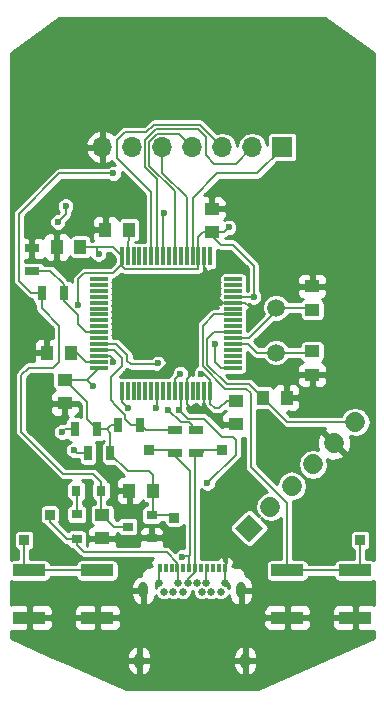
<source format=gbr>
G04 #@! TF.FileFunction,Copper,L1,Top,Signal*
%FSLAX46Y46*%
G04 Gerber Fmt 4.6, Leading zero omitted, Abs format (unit mm)*
G04 Created by KiCad (PCBNEW 4.0.7-e2-6376~58~ubuntu16.04.1) date Tue Nov 14 14:50:52 2017*
%MOMM*%
%LPD*%
G01*
G04 APERTURE LIST*
%ADD10C,0.100000*%
%ADD11R,1.250000X1.000000*%
%ADD12R,1.000000X1.250000*%
%ADD13R,0.900000X0.800000*%
%ADD14R,0.800000X0.900000*%
%ADD15C,1.700000*%
%ADD16R,0.700000X1.300000*%
%ADD17R,1.300000X0.700000*%
%ADD18R,2.750000X1.000000*%
%ADD19R,1.700000X1.700000*%
%ADD20O,1.700000X1.700000*%
%ADD21R,0.850000X0.850000*%
%ADD22R,1.500000X0.300000*%
%ADD23R,0.300000X1.500000*%
%ADD24O,0.800000X1.400000*%
%ADD25R,0.300000X0.700000*%
%ADD26C,0.650000*%
%ADD27C,1.500000*%
%ADD28C,0.600000*%
%ADD29C,0.200000*%
%ADD30C,0.254000*%
G04 APERTURE END LIST*
D10*
D11*
X226060000Y-93488000D03*
X226060000Y-95488000D03*
X226047300Y-89988900D03*
X226047300Y-87988900D03*
D12*
X221885000Y-97409000D03*
X223885000Y-97409000D03*
D11*
X219583000Y-99679000D03*
X219583000Y-97679000D03*
X217551000Y-83423000D03*
X217551000Y-81423000D03*
D12*
X210550000Y-83185000D03*
X208550000Y-83185000D03*
X204422500Y-84645500D03*
X206422500Y-84645500D03*
D11*
X205105000Y-95901000D03*
X205105000Y-97901000D03*
D12*
X205597000Y-93599000D03*
X203597000Y-93599000D03*
D11*
X208280000Y-107331000D03*
X208280000Y-109331000D03*
D12*
X212582000Y-105283000D03*
X210582000Y-105283000D03*
D13*
X206121000Y-107281000D03*
X206121000Y-109381000D03*
D14*
X206087000Y-105283000D03*
X208187000Y-105283000D03*
D10*
G36*
X221928082Y-108458000D02*
X220726000Y-109660082D01*
X219523918Y-108458000D01*
X220726000Y-107255918D01*
X221928082Y-108458000D01*
X221928082Y-108458000D01*
G37*
D15*
X222522051Y-106661949D02*
X222522051Y-106661949D01*
X224318102Y-104865898D02*
X224318102Y-104865898D01*
X226114154Y-103069846D02*
X226114154Y-103069846D01*
X227910205Y-101273795D02*
X227910205Y-101273795D01*
X229706256Y-99477744D02*
X229706256Y-99477744D01*
D16*
X205039000Y-88519000D03*
X203139000Y-88519000D03*
D17*
X202311000Y-86675000D03*
X202311000Y-84775000D03*
D16*
X209616000Y-99695000D03*
X211516000Y-99695000D03*
D17*
X214426800Y-102067400D03*
X214426800Y-100167400D03*
X216255600Y-100167400D03*
X216255600Y-102067400D03*
D18*
X207858000Y-112046000D03*
X202098000Y-112046000D03*
X202098000Y-116046000D03*
X207858000Y-116046000D03*
X229702000Y-112046000D03*
X223942000Y-112046000D03*
X223942000Y-116046000D03*
X229702000Y-116046000D03*
D13*
X212455000Y-109281000D03*
X212455000Y-107381000D03*
X210455000Y-108331000D03*
D19*
X223520000Y-76200000D03*
D20*
X220980000Y-76200000D03*
X218440000Y-76200000D03*
X215900000Y-76200000D03*
X213360000Y-76200000D03*
X210820000Y-76200000D03*
X208280000Y-76200000D03*
D21*
X203835000Y-107315000D03*
X212242400Y-101854000D03*
X218389200Y-101854000D03*
X201676000Y-109474000D03*
X230124000Y-109474000D03*
X214376000Y-107569000D03*
D22*
X219377500Y-94872500D03*
X219377500Y-94372500D03*
X219377500Y-93872500D03*
X219377500Y-93372500D03*
X219377500Y-92872500D03*
X219377500Y-92372500D03*
X219377500Y-91872500D03*
X219377500Y-91372500D03*
X219377500Y-90872500D03*
X219377500Y-90372500D03*
X219377500Y-89872500D03*
X219377500Y-89372500D03*
X219377500Y-88872500D03*
X219377500Y-88372500D03*
X219377500Y-87872500D03*
X219377500Y-87372500D03*
D23*
X217427500Y-85422500D03*
X216927500Y-85422500D03*
X216427500Y-85422500D03*
X215927500Y-85422500D03*
X215427500Y-85422500D03*
X214927500Y-85422500D03*
X214427500Y-85422500D03*
X213927500Y-85422500D03*
X213427500Y-85422500D03*
X212927500Y-85422500D03*
X212427500Y-85422500D03*
X211927500Y-85422500D03*
X211427500Y-85422500D03*
X210927500Y-85422500D03*
X210427500Y-85422500D03*
X209927500Y-85422500D03*
D22*
X207977500Y-87372500D03*
X207977500Y-87872500D03*
X207977500Y-88372500D03*
X207977500Y-88872500D03*
X207977500Y-89372500D03*
X207977500Y-89872500D03*
X207977500Y-90372500D03*
X207977500Y-90872500D03*
X207977500Y-91372500D03*
X207977500Y-91872500D03*
X207977500Y-92372500D03*
X207977500Y-92872500D03*
X207977500Y-93372500D03*
X207977500Y-93872500D03*
X207977500Y-94372500D03*
X207977500Y-94872500D03*
D23*
X209927500Y-96822500D03*
X210427500Y-96822500D03*
X210927500Y-96822500D03*
X211427500Y-96822500D03*
X211927500Y-96822500D03*
X212427500Y-96822500D03*
X212927500Y-96822500D03*
X213427500Y-96822500D03*
X213927500Y-96822500D03*
X214427500Y-96822500D03*
X214927500Y-96822500D03*
X215427500Y-96822500D03*
X215927500Y-96822500D03*
X216427500Y-96822500D03*
X216927500Y-96822500D03*
X217427500Y-96822500D03*
D16*
X207076000Y-102108000D03*
X208976000Y-102108000D03*
X205933000Y-100076000D03*
X207833000Y-100076000D03*
D24*
X211770000Y-113730000D03*
D25*
X213150000Y-111820000D03*
X213650000Y-111820000D03*
X214150000Y-111820000D03*
X214650000Y-111820000D03*
X215150000Y-111820000D03*
X215650000Y-111820000D03*
X216150000Y-111820000D03*
X218650000Y-111820000D03*
X217650000Y-111820000D03*
X217150000Y-111820000D03*
X216650000Y-111820000D03*
X218150000Y-111820000D03*
D24*
X220030000Y-113730000D03*
X220390000Y-119680000D03*
X211410000Y-119680000D03*
D26*
X218700000Y-113130000D03*
X217100000Y-113130000D03*
X216300000Y-113130000D03*
X215500000Y-113130000D03*
X214700000Y-113130000D03*
X213100000Y-113130000D03*
X218300000Y-113830000D03*
X217500000Y-113830000D03*
X216700000Y-113830000D03*
X215100000Y-113830000D03*
X214300000Y-113830000D03*
X213500000Y-113830000D03*
D27*
X223012000Y-93599000D03*
X223012000Y-89799000D03*
D28*
X210312000Y-95377000D03*
X215011000Y-93726000D03*
X208661000Y-80518000D03*
X204520800Y-82550000D03*
X205181200Y-81178400D03*
X207975200Y-85267800D03*
X218998800Y-83007200D03*
X216662000Y-95377000D03*
X207518000Y-96393000D03*
X206248000Y-89535000D03*
X221107000Y-88900000D03*
X217805000Y-92837000D03*
X209232500Y-78422500D03*
X209169000Y-94361000D03*
X210439000Y-98298000D03*
X212852000Y-98298000D03*
X213868000Y-98475800D03*
X213004400Y-94513400D03*
X213487000Y-81788000D03*
X205867000Y-101854000D03*
X214884000Y-95377000D03*
X217170000Y-104648000D03*
X214757000Y-98425000D03*
X204851000Y-100330000D03*
X215074500Y-110871000D03*
D29*
X222758000Y-93599000D02*
X225949000Y-93599000D01*
X225949000Y-93599000D02*
X226060000Y-93488000D01*
X222758000Y-93599000D02*
X221361000Y-93599000D01*
X220634500Y-92872500D02*
X219377500Y-92872500D01*
X221361000Y-93599000D02*
X220634500Y-92872500D01*
X215011000Y-93726000D02*
X214553800Y-93726000D01*
X212902800Y-95377000D02*
X210312000Y-95377000D01*
X214553800Y-93726000D02*
X212902800Y-95377000D01*
X219377500Y-89372500D02*
X220385700Y-89372500D01*
X221859600Y-81423000D02*
X217551000Y-81423000D01*
X223443800Y-83007200D02*
X221859600Y-81423000D01*
X223443800Y-87655400D02*
X223443800Y-83007200D01*
X221437200Y-89662000D02*
X223443800Y-87655400D01*
X220675200Y-89662000D02*
X221437200Y-89662000D01*
X220385700Y-89372500D02*
X220675200Y-89662000D01*
X218700000Y-113130000D02*
X218700000Y-111870000D01*
X218700000Y-111870000D02*
X218650000Y-111820000D01*
X215427500Y-96822500D02*
X215427500Y-95849500D01*
X215138000Y-93726000D02*
X215011000Y-93726000D01*
X215773000Y-94361000D02*
X215138000Y-93726000D01*
X215773000Y-95504000D02*
X215773000Y-94361000D01*
X215427500Y-95849500D02*
X215773000Y-95504000D01*
X213100000Y-113130000D02*
X213100000Y-111870000D01*
X213100000Y-111870000D02*
X213150000Y-111820000D01*
X219377500Y-89372500D02*
X218531500Y-89372500D01*
X216927500Y-87768500D02*
X216927500Y-85422500D01*
X218531500Y-89372500D02*
X216927500Y-87768500D01*
X216927500Y-96822500D02*
X216927500Y-98563500D01*
X218043000Y-99679000D02*
X219583000Y-99679000D01*
X216927500Y-98563500D02*
X218043000Y-99679000D01*
X215427500Y-96822500D02*
X215427500Y-97952500D01*
X216927500Y-98032500D02*
X216927500Y-96822500D01*
X216535000Y-98425000D02*
X216927500Y-98032500D01*
X215900000Y-98425000D02*
X216535000Y-98425000D01*
X215427500Y-97952500D02*
X215900000Y-98425000D01*
X208550000Y-80629000D02*
X208550000Y-83185000D01*
X208661000Y-80518000D02*
X208550000Y-80629000D01*
X222758000Y-89799000D02*
X225857400Y-89799000D01*
X225857400Y-89799000D02*
X226047300Y-89988900D01*
X222758000Y-89799000D02*
X222758000Y-90297000D01*
X222758000Y-90297000D02*
X220682500Y-92372500D01*
X220682500Y-92372500D02*
X219377500Y-92372500D01*
X219377500Y-91872500D02*
X217753500Y-91872500D01*
X220742000Y-96266000D02*
X221885000Y-97409000D01*
X218821000Y-96266000D02*
X220742000Y-96266000D01*
X217170000Y-94615000D02*
X218821000Y-96266000D01*
X217170000Y-92456000D02*
X217170000Y-94615000D01*
X217753500Y-91872500D02*
X217170000Y-92456000D01*
X229706256Y-99477744D02*
X223953744Y-99477744D01*
X223953744Y-99477744D02*
X221885000Y-97409000D01*
X205181200Y-81889600D02*
X205181200Y-81178400D01*
X205181200Y-81889600D02*
X204520800Y-82550000D01*
X207797400Y-85090000D02*
X207797400Y-84645500D01*
X207975200Y-85267800D02*
X207797400Y-85090000D01*
X217551000Y-83423000D02*
X218583000Y-83423000D01*
X218583000Y-83423000D02*
X218998800Y-83007200D01*
X206629000Y-84645500D02*
X206422500Y-84645500D01*
X216427500Y-85422500D02*
X216427500Y-86467500D01*
X209927500Y-86229500D02*
X209927500Y-85422500D01*
X210185000Y-86487000D02*
X209927500Y-86229500D01*
X216408000Y-86487000D02*
X210185000Y-86487000D01*
X216427500Y-86467500D02*
X216408000Y-86487000D01*
X221107000Y-88900000D02*
X221107000Y-86233000D01*
X219329000Y-84455000D02*
X218313000Y-84455000D01*
X221107000Y-86233000D02*
X219329000Y-84455000D01*
X217551000Y-83423000D02*
X217551000Y-83693000D01*
X217551000Y-83693000D02*
X218313000Y-84455000D01*
X216427500Y-85422500D02*
X216427500Y-83800500D01*
X216805000Y-83423000D02*
X217551000Y-83423000D01*
X216427500Y-83800500D02*
X216805000Y-83423000D01*
X217427500Y-96822500D02*
X217427500Y-95888500D01*
X216916000Y-95377000D02*
X216662000Y-95377000D01*
X217427500Y-95888500D02*
X216916000Y-95377000D01*
X206949000Y-95901000D02*
X207026000Y-95901000D01*
X207026000Y-95901000D02*
X207518000Y-96393000D01*
X205105000Y-95901000D02*
X205121000Y-95901000D01*
X205121000Y-95901000D02*
X207010000Y-97790000D01*
X207010000Y-99253000D02*
X207833000Y-100076000D01*
X207010000Y-97790000D02*
X207010000Y-99253000D01*
X209616000Y-99695000D02*
X209042000Y-99695000D01*
X209042000Y-99695000D02*
X208661000Y-100076000D01*
X209169000Y-86868000D02*
X209927500Y-86109500D01*
X206756000Y-86868000D02*
X209169000Y-86868000D01*
X206248000Y-87376000D02*
X206756000Y-86868000D01*
X206248000Y-89535000D02*
X206248000Y-87376000D01*
X209927500Y-86109500D02*
X209927500Y-85422500D01*
X221079500Y-88872500D02*
X219377500Y-88872500D01*
X221107000Y-88900000D02*
X221079500Y-88872500D01*
X219583000Y-97679000D02*
X218805000Y-97679000D01*
X217427500Y-97920500D02*
X217427500Y-96822500D01*
X217805000Y-98298000D02*
X217427500Y-97920500D01*
X218186000Y-98298000D02*
X217805000Y-98298000D01*
X218805000Y-97679000D02*
X218186000Y-98298000D01*
X219377500Y-94872500D02*
X218316500Y-94872500D01*
X217805000Y-94361000D02*
X217805000Y-92837000D01*
X218316500Y-94872500D02*
X217805000Y-94361000D01*
X206422500Y-84645500D02*
X206422500Y-84248500D01*
X208976000Y-102108000D02*
X208976000Y-102169000D01*
X208976000Y-102169000D02*
X210439000Y-103632000D01*
X207833000Y-100076000D02*
X208661000Y-100076000D01*
X208976000Y-100391000D02*
X208976000Y-102108000D01*
X208661000Y-100076000D02*
X208976000Y-100391000D01*
X206422500Y-84645500D02*
X207797400Y-84645500D01*
X207797400Y-84645500D02*
X209150500Y-84645500D01*
X209150500Y-84645500D02*
X209927500Y-85422500D01*
X212582000Y-103997000D02*
X212582000Y-105283000D01*
X212217000Y-103632000D02*
X212582000Y-103997000D01*
X210439000Y-103632000D02*
X212217000Y-103632000D01*
X205055000Y-95951000D02*
X205105000Y-95901000D01*
X205105000Y-95901000D02*
X206949000Y-95901000D01*
X206949000Y-95901000D02*
X207977500Y-94872500D01*
X212455000Y-107381000D02*
X214188000Y-107381000D01*
X214188000Y-107381000D02*
X214376000Y-107569000D01*
X212582000Y-105283000D02*
X212582000Y-107254000D01*
X212582000Y-107254000D02*
X212455000Y-107381000D01*
X210550000Y-83185000D02*
X210550000Y-84090000D01*
X210427500Y-84212500D02*
X210427500Y-85422500D01*
X210550000Y-84090000D02*
X210427500Y-84212500D01*
X205597000Y-93599000D02*
X206121000Y-93599000D01*
X206894500Y-94372500D02*
X207977500Y-94372500D01*
X206121000Y-93599000D02*
X206894500Y-94372500D01*
X203139000Y-88519000D02*
X202247500Y-88519000D01*
X204660500Y-78422500D02*
X209232500Y-78422500D01*
X201231500Y-81851500D02*
X204660500Y-78422500D01*
X201231500Y-87503000D02*
X201231500Y-81851500D01*
X202247500Y-88519000D02*
X201231500Y-87503000D01*
X203139000Y-88519000D02*
X203139000Y-89855000D01*
X208187000Y-104555000D02*
X208187000Y-105283000D01*
X207518000Y-103886000D02*
X208187000Y-104555000D01*
X204978000Y-103886000D02*
X207518000Y-103886000D01*
X201422000Y-100330000D02*
X204978000Y-103886000D01*
X201422000Y-95504000D02*
X201422000Y-100330000D01*
X202057000Y-94869000D02*
X201422000Y-95504000D01*
X204089000Y-94869000D02*
X202057000Y-94869000D01*
X204597000Y-94361000D02*
X204089000Y-94869000D01*
X204597000Y-91313000D02*
X204597000Y-94361000D01*
X203139000Y-89855000D02*
X204597000Y-91313000D01*
X203139000Y-88519000D02*
X203139000Y-88585000D01*
X207899000Y-105283000D02*
X208187000Y-105283000D01*
X208187000Y-105283000D02*
X208187000Y-107238000D01*
X208187000Y-107238000D02*
X208280000Y-107331000D01*
X210455000Y-108331000D02*
X209280000Y-108331000D01*
X209280000Y-108331000D02*
X208280000Y-107331000D01*
X206121000Y-107281000D02*
X206121000Y-105317000D01*
X206121000Y-105317000D02*
X206087000Y-105283000D01*
X207977500Y-93872500D02*
X208934500Y-93872500D01*
X208934500Y-93872500D02*
X209169000Y-94107000D01*
X209169000Y-94107000D02*
X209169000Y-94361000D01*
X209927500Y-96822500D02*
X209927500Y-97786500D01*
X209927500Y-97786500D02*
X210439000Y-98298000D01*
X212927500Y-96822500D02*
X212927500Y-98222500D01*
X212927500Y-98222500D02*
X212852000Y-98298000D01*
X202311000Y-86675000D02*
X203896000Y-86675000D01*
X205039000Y-87818000D02*
X205039000Y-88519000D01*
X203896000Y-86675000D02*
X205039000Y-87818000D01*
X205039000Y-88519000D02*
X205039000Y-89215000D01*
X206934500Y-91872500D02*
X207977500Y-91872500D01*
X206248000Y-91186000D02*
X206934500Y-91872500D01*
X206248000Y-90424000D02*
X206248000Y-91186000D01*
X205039000Y-89215000D02*
X206248000Y-90424000D01*
X211516000Y-99695000D02*
X210743800Y-99695000D01*
X209270600Y-93370400D02*
X207979600Y-93370400D01*
X209397600Y-93497400D02*
X209270600Y-93370400D01*
X209956400Y-94056200D02*
X209397600Y-93497400D01*
X209956400Y-94742000D02*
X209956400Y-94056200D01*
X209016600Y-95681800D02*
X209956400Y-94742000D01*
X209016600Y-97637600D02*
X209016600Y-95681800D01*
X209473800Y-98094800D02*
X209016600Y-97637600D01*
X210235800Y-98856800D02*
X209473800Y-98094800D01*
X210235800Y-99187000D02*
X210235800Y-98856800D01*
X210743800Y-99695000D02*
X210235800Y-99187000D01*
X207979600Y-93370400D02*
X207977500Y-93372500D01*
X214426800Y-100167400D02*
X211988400Y-100167400D01*
X211988400Y-100167400D02*
X211516000Y-99695000D01*
X214249000Y-100142000D02*
X214249000Y-100012500D01*
X214249000Y-99949000D02*
X214249000Y-100142000D01*
X208000800Y-93395800D02*
X207977500Y-93372500D01*
X207977500Y-92872500D02*
X209483900Y-92872500D01*
X215605400Y-99517200D02*
X216255600Y-100167400D01*
X214909400Y-99517200D02*
X215605400Y-99517200D01*
X213868000Y-98475800D02*
X214909400Y-99517200D01*
X212928200Y-94589600D02*
X213004400Y-94513400D01*
X210718400Y-94589600D02*
X212928200Y-94589600D01*
X210413600Y-94284800D02*
X210718400Y-94589600D01*
X210413600Y-93802200D02*
X210413600Y-94284800D01*
X209483900Y-92872500D02*
X210413600Y-93802200D01*
X213427500Y-81847500D02*
X213427500Y-85422500D01*
X213487000Y-81788000D02*
X213427500Y-81847500D01*
X201676000Y-109474000D02*
X201676000Y-111624000D01*
X201676000Y-111624000D02*
X202098000Y-112046000D01*
X207858000Y-112046000D02*
X202098000Y-112046000D01*
X219377500Y-90372500D02*
X217729500Y-90372500D01*
X223942000Y-106340000D02*
X223942000Y-112046000D01*
X220853000Y-103251000D02*
X223942000Y-106340000D01*
X220853000Y-97028000D02*
X220853000Y-103251000D01*
X220472000Y-96647000D02*
X220853000Y-97028000D01*
X218694000Y-96647000D02*
X220472000Y-96647000D01*
X216789000Y-94742000D02*
X218694000Y-96647000D01*
X216789000Y-91313000D02*
X216789000Y-94742000D01*
X217729500Y-90372500D02*
X216789000Y-91313000D01*
X230124000Y-109474000D02*
X230124000Y-111624000D01*
X230124000Y-111624000D02*
X229702000Y-112046000D01*
X223942000Y-112046000D02*
X229702000Y-112046000D01*
X206121000Y-102108000D02*
X207076000Y-102108000D01*
X205867000Y-101854000D02*
X206121000Y-102108000D01*
X214427500Y-95833500D02*
X214427500Y-96822500D01*
X214884000Y-95377000D02*
X214427500Y-95833500D01*
X215519000Y-99187000D02*
X214757000Y-98425000D01*
X216916000Y-99187000D02*
X215519000Y-99187000D01*
X218440000Y-100711000D02*
X216916000Y-99187000D01*
X219329000Y-100711000D02*
X218440000Y-100711000D01*
X219583000Y-100965000D02*
X219329000Y-100711000D01*
X219583000Y-102235000D02*
X219583000Y-100965000D01*
X217170000Y-104648000D02*
X219583000Y-102235000D01*
X214927500Y-98254500D02*
X214757000Y-98425000D01*
X214927500Y-96822500D02*
X214927500Y-98254500D01*
X204851000Y-100330000D02*
X205105000Y-100076000D01*
X214927500Y-96822500D02*
X214927500Y-96095500D01*
X205105000Y-100076000D02*
X205933000Y-100076000D01*
X203835000Y-107315000D02*
X203835000Y-107950000D01*
X205266000Y-109381000D02*
X206121000Y-109381000D01*
X203835000Y-107950000D02*
X205266000Y-109381000D01*
X217100000Y-113130000D02*
X217100000Y-111870000D01*
X217100000Y-111870000D02*
X217150000Y-111820000D01*
X205769500Y-109029500D02*
X206121000Y-109381000D01*
X206121000Y-109381000D02*
X206121000Y-109855000D01*
X214650000Y-111399000D02*
X214650000Y-111820000D01*
X213741000Y-110490000D02*
X214650000Y-111399000D01*
X206756000Y-110490000D02*
X213741000Y-110490000D01*
X206121000Y-109855000D02*
X206756000Y-110490000D01*
X214700000Y-113130000D02*
X214700000Y-111870000D01*
X214700000Y-111870000D02*
X214650000Y-111820000D01*
X212242400Y-101854000D02*
X214213400Y-101854000D01*
X214213400Y-101854000D02*
X214426800Y-102067400D01*
X214426800Y-102067400D02*
X214426800Y-102362000D01*
X214426800Y-102362000D02*
X215696800Y-103632000D01*
X215696800Y-103632000D02*
X215696800Y-110760700D01*
X215696800Y-110760700D02*
X215650000Y-110807500D01*
X215138000Y-110807500D02*
X215650000Y-110807500D01*
X215074500Y-110871000D02*
X215138000Y-110807500D01*
X215650000Y-110807500D02*
X215650000Y-111820000D01*
X216255600Y-102067400D02*
X216702600Y-102067400D01*
X216702600Y-102067400D02*
X216916000Y-101854000D01*
X216916000Y-101854000D02*
X218389200Y-101854000D01*
X216150000Y-111820000D02*
X216150000Y-102173000D01*
X216150000Y-102173000D02*
X216255600Y-102067400D01*
X215500000Y-113130000D02*
X215500000Y-112795000D01*
X215500000Y-112795000D02*
X216150000Y-112145000D01*
X216150000Y-112145000D02*
X216150000Y-111820000D01*
X223520000Y-76200000D02*
X223520000Y-76327000D01*
X223520000Y-76327000D02*
X221424500Y-78422500D01*
X215927500Y-80490500D02*
X215927500Y-85422500D01*
X217995500Y-78422500D02*
X215927500Y-80490500D01*
X221424500Y-78422500D02*
X217995500Y-78422500D01*
X220980000Y-76200000D02*
X220916500Y-76200000D01*
X220726000Y-76200000D02*
X220980000Y-76200000D01*
X212927500Y-85422500D02*
X212927500Y-78942500D01*
X219583000Y-77597000D02*
X220980000Y-76200000D01*
X217741500Y-77597000D02*
X219583000Y-77597000D01*
X217043000Y-76898500D02*
X217741500Y-77597000D01*
X217043000Y-75311000D02*
X217043000Y-76898500D01*
X216408000Y-74676000D02*
X217043000Y-75311000D01*
X212852000Y-74676000D02*
X216408000Y-74676000D01*
X211899500Y-75628500D02*
X212852000Y-74676000D01*
X211899500Y-77914500D02*
X211899500Y-75628500D01*
X212927500Y-78942500D02*
X211899500Y-77914500D01*
X218440000Y-76200000D02*
X216725500Y-74485500D01*
X212427500Y-80030000D02*
X212427500Y-85422500D01*
X209550000Y-77152500D02*
X212427500Y-80030000D01*
X209550000Y-75565000D02*
X209550000Y-77152500D01*
X210185000Y-74930000D02*
X209550000Y-75565000D01*
X212026500Y-74930000D02*
X210185000Y-74930000D01*
X212661500Y-74295000D02*
X212026500Y-74930000D01*
X213296500Y-74295000D02*
X212661500Y-74295000D01*
X216281000Y-74295000D02*
X213296500Y-74295000D01*
X216535000Y-74295000D02*
X216281000Y-74295000D01*
X216598500Y-74358500D02*
X216535000Y-74295000D01*
X216725500Y-74485500D02*
X216598500Y-74358500D01*
X214427500Y-85422500D02*
X214427500Y-79934500D01*
X214820500Y-75120500D02*
X215900000Y-76200000D01*
X212915500Y-75120500D02*
X214820500Y-75120500D01*
X212280500Y-75755500D02*
X212915500Y-75120500D01*
X212280500Y-77787500D02*
X212280500Y-75755500D01*
X214427500Y-79934500D02*
X212280500Y-77787500D01*
X213360000Y-76200000D02*
X213360000Y-78359000D01*
X215427500Y-80426500D02*
X215427500Y-85422500D01*
X213360000Y-78359000D02*
X215427500Y-80426500D01*
D30*
G36*
X231273000Y-68203338D02*
X231273000Y-111163124D01*
X231246381Y-111144936D01*
X231077000Y-111110635D01*
X230651000Y-111110635D01*
X230651000Y-110315173D01*
X230707237Y-110304591D01*
X230852567Y-110211073D01*
X230950064Y-110068381D01*
X230984365Y-109899000D01*
X230984365Y-109049000D01*
X230954591Y-108890763D01*
X230861073Y-108745433D01*
X230718381Y-108647936D01*
X230549000Y-108613635D01*
X229699000Y-108613635D01*
X229540763Y-108643409D01*
X229395433Y-108736927D01*
X229297936Y-108879619D01*
X229263635Y-109049000D01*
X229263635Y-109899000D01*
X229293409Y-110057237D01*
X229386927Y-110202567D01*
X229529619Y-110300064D01*
X229597000Y-110313709D01*
X229597000Y-111110635D01*
X228327000Y-111110635D01*
X228168763Y-111140409D01*
X228023433Y-111233927D01*
X227925936Y-111376619D01*
X227897103Y-111519000D01*
X225747285Y-111519000D01*
X225722591Y-111387763D01*
X225629073Y-111242433D01*
X225486381Y-111144936D01*
X225317000Y-111110635D01*
X224469000Y-111110635D01*
X224469000Y-106340000D01*
X224429601Y-106141928D01*
X224824479Y-106063382D01*
X225238767Y-105786563D01*
X225515586Y-105372275D01*
X225612792Y-104883588D01*
X225515586Y-104394902D01*
X225258698Y-104010442D01*
X225643158Y-104267330D01*
X226131844Y-104364536D01*
X226620531Y-104267330D01*
X227034819Y-103990511D01*
X227311638Y-103576223D01*
X227408844Y-103087536D01*
X227313213Y-102606767D01*
X227688297Y-102742131D01*
X228267097Y-102715281D01*
X228677123Y-102545432D01*
X228753893Y-102297088D01*
X227910205Y-101453400D01*
X227896063Y-101467543D01*
X227716458Y-101287938D01*
X227730600Y-101273795D01*
X226886912Y-100430107D01*
X226638568Y-100506877D01*
X226468719Y-100916903D01*
X226441869Y-101495703D01*
X226577233Y-101870787D01*
X226096464Y-101775157D01*
X225607778Y-101872362D01*
X225193489Y-102149181D01*
X224916670Y-102563470D01*
X224819465Y-103052156D01*
X224916670Y-103540842D01*
X225173558Y-103925302D01*
X224789098Y-103668414D01*
X224300412Y-103571209D01*
X223811726Y-103668414D01*
X223397437Y-103945233D01*
X223120618Y-104359522D01*
X223051964Y-104704674D01*
X221380000Y-103032710D01*
X221380000Y-98468352D01*
X221385000Y-98469365D01*
X222200075Y-98469365D01*
X223581099Y-99850389D01*
X223752069Y-99964629D01*
X223953744Y-100004744D01*
X227142488Y-100004744D01*
X227066517Y-100250502D01*
X227910205Y-101094190D01*
X227924348Y-101080048D01*
X228103953Y-101259653D01*
X228089810Y-101273795D01*
X228933498Y-102117483D01*
X229181842Y-102040713D01*
X229351691Y-101630687D01*
X229378541Y-101051887D01*
X229243177Y-100676803D01*
X229723946Y-100772434D01*
X230212633Y-100675228D01*
X230626921Y-100398409D01*
X230903740Y-99984121D01*
X231000946Y-99495434D01*
X230903740Y-99006748D01*
X230626921Y-98592459D01*
X230591541Y-98557079D01*
X230177252Y-98280260D01*
X229688566Y-98183055D01*
X229199880Y-98280260D01*
X228785591Y-98557079D01*
X228522553Y-98950744D01*
X224172034Y-98950744D01*
X223890290Y-98669000D01*
X224012002Y-98669000D01*
X224012002Y-98510252D01*
X224170750Y-98669000D01*
X224511309Y-98669000D01*
X224744698Y-98572327D01*
X224923327Y-98393699D01*
X225020000Y-98160310D01*
X225020000Y-97694750D01*
X224861250Y-97536000D01*
X224012000Y-97536000D01*
X224012000Y-97556000D01*
X223758000Y-97556000D01*
X223758000Y-97536000D01*
X223738000Y-97536000D01*
X223738000Y-97282000D01*
X223758000Y-97282000D01*
X223758000Y-96307750D01*
X224012000Y-96307750D01*
X224012000Y-97282000D01*
X224861250Y-97282000D01*
X225020000Y-97123250D01*
X225020000Y-96657690D01*
X224923327Y-96424301D01*
X224744698Y-96245673D01*
X224511309Y-96149000D01*
X224170750Y-96149000D01*
X224012000Y-96307750D01*
X223758000Y-96307750D01*
X223599250Y-96149000D01*
X223258691Y-96149000D01*
X223025302Y-96245673D01*
X222846673Y-96424301D01*
X222773942Y-96599890D01*
X222697073Y-96480433D01*
X222554381Y-96382936D01*
X222385000Y-96348635D01*
X221569925Y-96348635D01*
X221114645Y-95893355D01*
X220943675Y-95779115D01*
X220916703Y-95773750D01*
X224800000Y-95773750D01*
X224800000Y-96114309D01*
X224896673Y-96347698D01*
X225075301Y-96526327D01*
X225308690Y-96623000D01*
X225774250Y-96623000D01*
X225933000Y-96464250D01*
X225933000Y-95615000D01*
X226187000Y-95615000D01*
X226187000Y-96464250D01*
X226345750Y-96623000D01*
X226811310Y-96623000D01*
X227044699Y-96526327D01*
X227223327Y-96347698D01*
X227320000Y-96114309D01*
X227320000Y-95773750D01*
X227161250Y-95615000D01*
X226187000Y-95615000D01*
X225933000Y-95615000D01*
X224958750Y-95615000D01*
X224800000Y-95773750D01*
X220916703Y-95773750D01*
X220742000Y-95739000D01*
X219039291Y-95739000D01*
X218758156Y-95457865D01*
X220127500Y-95457865D01*
X220285737Y-95428091D01*
X220431067Y-95334573D01*
X220528564Y-95191881D01*
X220562865Y-95022500D01*
X220562865Y-94722500D01*
X220543358Y-94618828D01*
X220562865Y-94522500D01*
X220562865Y-94222500D01*
X220543358Y-94118828D01*
X220562865Y-94022500D01*
X220562865Y-93722500D01*
X220543358Y-93618828D01*
X220558881Y-93542171D01*
X220988355Y-93971645D01*
X221159325Y-94085885D01*
X221361000Y-94126000D01*
X221956236Y-94126000D01*
X222013606Y-94264846D01*
X222344412Y-94596230D01*
X222776853Y-94775795D01*
X223245093Y-94776204D01*
X223677846Y-94597394D01*
X224009230Y-94266588D01*
X224067607Y-94126000D01*
X225025601Y-94126000D01*
X225029409Y-94146237D01*
X225122927Y-94291567D01*
X225249014Y-94377719D01*
X225075301Y-94449673D01*
X224896673Y-94628302D01*
X224800000Y-94861691D01*
X224800000Y-95202250D01*
X224958750Y-95361000D01*
X225933000Y-95361000D01*
X225933000Y-95341000D01*
X226187000Y-95341000D01*
X226187000Y-95361000D01*
X227161250Y-95361000D01*
X227320000Y-95202250D01*
X227320000Y-94861691D01*
X227223327Y-94628302D01*
X227044699Y-94449673D01*
X226869110Y-94376942D01*
X226988567Y-94300073D01*
X227086064Y-94157381D01*
X227120365Y-93988000D01*
X227120365Y-92988000D01*
X227090591Y-92829763D01*
X226997073Y-92684433D01*
X226854381Y-92586936D01*
X226685000Y-92552635D01*
X225435000Y-92552635D01*
X225276763Y-92582409D01*
X225131433Y-92675927D01*
X225033936Y-92818619D01*
X224999635Y-92988000D01*
X224999635Y-93072000D01*
X224067764Y-93072000D01*
X224010394Y-92933154D01*
X223679588Y-92601770D01*
X223247147Y-92422205D01*
X222778907Y-92421796D01*
X222346154Y-92600606D01*
X222014770Y-92931412D01*
X221956393Y-93072000D01*
X221579290Y-93072000D01*
X221153790Y-92646500D01*
X222824453Y-90975837D01*
X223245093Y-90976204D01*
X223677846Y-90797394D01*
X224009230Y-90466588D01*
X224067607Y-90326000D01*
X224986935Y-90326000D01*
X224986935Y-90488900D01*
X225016709Y-90647137D01*
X225110227Y-90792467D01*
X225252919Y-90889964D01*
X225422300Y-90924265D01*
X226672300Y-90924265D01*
X226830537Y-90894491D01*
X226975867Y-90800973D01*
X227073364Y-90658281D01*
X227107665Y-90488900D01*
X227107665Y-89488900D01*
X227077891Y-89330663D01*
X226984373Y-89185333D01*
X226858286Y-89099181D01*
X227031999Y-89027227D01*
X227210627Y-88848598D01*
X227307300Y-88615209D01*
X227307300Y-88274650D01*
X227148550Y-88115900D01*
X226174300Y-88115900D01*
X226174300Y-88135900D01*
X225920300Y-88135900D01*
X225920300Y-88115900D01*
X224946050Y-88115900D01*
X224787300Y-88274650D01*
X224787300Y-88615209D01*
X224883973Y-88848598D01*
X225062601Y-89027227D01*
X225238190Y-89099958D01*
X225118733Y-89176827D01*
X225053704Y-89272000D01*
X224067764Y-89272000D01*
X224010394Y-89133154D01*
X223679588Y-88801770D01*
X223247147Y-88622205D01*
X222778907Y-88621796D01*
X222346154Y-88800606D01*
X222014770Y-89131412D01*
X221835205Y-89563853D01*
X221834796Y-90032093D01*
X221964269Y-90345441D01*
X220562865Y-91746845D01*
X220562865Y-91722500D01*
X220543358Y-91618828D01*
X220562865Y-91522500D01*
X220562865Y-91222500D01*
X220543358Y-91118828D01*
X220562865Y-91022500D01*
X220562865Y-90722500D01*
X220543358Y-90618828D01*
X220562865Y-90522500D01*
X220562865Y-90222500D01*
X220543358Y-90118828D01*
X220562865Y-90022500D01*
X220562865Y-89985160D01*
X220665827Y-89882199D01*
X220762500Y-89648810D01*
X220762500Y-89606250D01*
X220655752Y-89499502D01*
X220678220Y-89499502D01*
X220694650Y-89515961D01*
X220961756Y-89626874D01*
X221250975Y-89627126D01*
X221518275Y-89516680D01*
X221722961Y-89312350D01*
X221833874Y-89045244D01*
X221834126Y-88756025D01*
X221723680Y-88488725D01*
X221634000Y-88398889D01*
X221634000Y-87362591D01*
X224787300Y-87362591D01*
X224787300Y-87703150D01*
X224946050Y-87861900D01*
X225920300Y-87861900D01*
X225920300Y-87012650D01*
X226174300Y-87012650D01*
X226174300Y-87861900D01*
X227148550Y-87861900D01*
X227307300Y-87703150D01*
X227307300Y-87362591D01*
X227210627Y-87129202D01*
X227031999Y-86950573D01*
X226798610Y-86853900D01*
X226333050Y-86853900D01*
X226174300Y-87012650D01*
X225920300Y-87012650D01*
X225761550Y-86853900D01*
X225295990Y-86853900D01*
X225062601Y-86950573D01*
X224883973Y-87129202D01*
X224787300Y-87362591D01*
X221634000Y-87362591D01*
X221634000Y-86233000D01*
X221593885Y-86031326D01*
X221479645Y-85860355D01*
X219701645Y-84082355D01*
X219530675Y-83968115D01*
X219329000Y-83928000D01*
X218693603Y-83928000D01*
X218784675Y-83909885D01*
X218955645Y-83795645D01*
X219017074Y-83734216D01*
X219142775Y-83734326D01*
X219410075Y-83623880D01*
X219614761Y-83419550D01*
X219725674Y-83152444D01*
X219725926Y-82863225D01*
X219615480Y-82595925D01*
X219411150Y-82391239D01*
X219144044Y-82280326D01*
X218854825Y-82280074D01*
X218619870Y-82377155D01*
X218714327Y-82282698D01*
X218811000Y-82049309D01*
X218811000Y-81708750D01*
X218652250Y-81550000D01*
X217678000Y-81550000D01*
X217678000Y-81570000D01*
X217424000Y-81570000D01*
X217424000Y-81550000D01*
X217404000Y-81550000D01*
X217404000Y-81296000D01*
X217424000Y-81296000D01*
X217424000Y-80446750D01*
X217678000Y-80446750D01*
X217678000Y-81296000D01*
X218652250Y-81296000D01*
X218811000Y-81137250D01*
X218811000Y-80796691D01*
X218714327Y-80563302D01*
X218535699Y-80384673D01*
X218302310Y-80288000D01*
X217836750Y-80288000D01*
X217678000Y-80446750D01*
X217424000Y-80446750D01*
X217265250Y-80288000D01*
X216875290Y-80288000D01*
X218213791Y-78949500D01*
X221424500Y-78949500D01*
X221626175Y-78909385D01*
X221797145Y-78795145D01*
X223106926Y-77485365D01*
X224370000Y-77485365D01*
X224528237Y-77455591D01*
X224673567Y-77362073D01*
X224771064Y-77219381D01*
X224805365Y-77050000D01*
X224805365Y-75350000D01*
X224775591Y-75191763D01*
X224682073Y-75046433D01*
X224539381Y-74948936D01*
X224370000Y-74914635D01*
X222670000Y-74914635D01*
X222511763Y-74944409D01*
X222366433Y-75037927D01*
X222268936Y-75180619D01*
X222234635Y-75350000D01*
X222234635Y-76062546D01*
X222159794Y-75686295D01*
X221882975Y-75272007D01*
X221468687Y-74995188D01*
X220980000Y-74897982D01*
X220491313Y-74995188D01*
X220077025Y-75272007D01*
X219800206Y-75686295D01*
X219710000Y-76139791D01*
X219619794Y-75686295D01*
X219342975Y-75272007D01*
X218928687Y-74995188D01*
X218440000Y-74897982D01*
X217975639Y-74990349D01*
X216971148Y-73985858D01*
X216971146Y-73985855D01*
X216907645Y-73922355D01*
X216736675Y-73808115D01*
X216535000Y-73768000D01*
X212661500Y-73768000D01*
X212459826Y-73808115D01*
X212288855Y-73922354D01*
X211808210Y-74403000D01*
X210185000Y-74403000D01*
X209983326Y-74443115D01*
X209812355Y-74557354D01*
X209253288Y-75116422D01*
X209046924Y-74928355D01*
X208636890Y-74758524D01*
X208407000Y-74879845D01*
X208407000Y-76073000D01*
X208427000Y-76073000D01*
X208427000Y-76327000D01*
X208407000Y-76327000D01*
X208407000Y-77520155D01*
X208636890Y-77641476D01*
X209046924Y-77471645D01*
X209105772Y-77418015D01*
X209177355Y-77525145D01*
X209347810Y-77695600D01*
X209088525Y-77695374D01*
X208821225Y-77805820D01*
X208731389Y-77895500D01*
X204660500Y-77895500D01*
X204492285Y-77928960D01*
X204458825Y-77935615D01*
X204287855Y-78049855D01*
X200858855Y-81478855D01*
X200744615Y-81649825D01*
X200710194Y-81822874D01*
X200704500Y-81851500D01*
X200704500Y-87503000D01*
X200744615Y-87704675D01*
X200858855Y-87875645D01*
X201874855Y-88891645D01*
X202045825Y-89005885D01*
X202247500Y-89046000D01*
X202353635Y-89046000D01*
X202353635Y-89169000D01*
X202383409Y-89327237D01*
X202476927Y-89472567D01*
X202612000Y-89564858D01*
X202612000Y-89855000D01*
X202652115Y-90056675D01*
X202766355Y-90227645D01*
X204070000Y-91531291D01*
X204070000Y-92339000D01*
X203882750Y-92339000D01*
X203724000Y-92497750D01*
X203724000Y-93472000D01*
X203744000Y-93472000D01*
X203744000Y-93726000D01*
X203724000Y-93726000D01*
X203724000Y-93746000D01*
X203470000Y-93746000D01*
X203470000Y-93726000D01*
X202620750Y-93726000D01*
X202462000Y-93884750D01*
X202462000Y-94342000D01*
X202057000Y-94342000D01*
X201855326Y-94382115D01*
X201684355Y-94496354D01*
X201049355Y-95131355D01*
X200935115Y-95302325D01*
X200904177Y-95457865D01*
X200895000Y-95504000D01*
X200895000Y-100330000D01*
X200935115Y-100531675D01*
X201049355Y-100702645D01*
X204605354Y-104258645D01*
X204719594Y-104334978D01*
X204776326Y-104372885D01*
X204978000Y-104413000D01*
X205605341Y-104413000D01*
X205528763Y-104427409D01*
X205383433Y-104520927D01*
X205285936Y-104663619D01*
X205251635Y-104833000D01*
X205251635Y-105733000D01*
X205281409Y-105891237D01*
X205374927Y-106036567D01*
X205517619Y-106134064D01*
X205594000Y-106149532D01*
X205594000Y-106460123D01*
X205512763Y-106475409D01*
X205367433Y-106568927D01*
X205269936Y-106711619D01*
X205235635Y-106881000D01*
X205235635Y-107681000D01*
X205265409Y-107839237D01*
X205358927Y-107984567D01*
X205501619Y-108082064D01*
X205671000Y-108116365D01*
X206571000Y-108116365D01*
X206729237Y-108086591D01*
X206874567Y-107993073D01*
X206972064Y-107850381D01*
X207006365Y-107681000D01*
X207006365Y-106881000D01*
X206976591Y-106722763D01*
X206883073Y-106577433D01*
X206740381Y-106479936D01*
X206648000Y-106461228D01*
X206648000Y-106136813D01*
X206790567Y-106045073D01*
X206888064Y-105902381D01*
X206922365Y-105733000D01*
X206922365Y-104833000D01*
X206892591Y-104674763D01*
X206799073Y-104529433D01*
X206656381Y-104431936D01*
X206562874Y-104413000D01*
X207299710Y-104413000D01*
X207452666Y-104565956D01*
X207385936Y-104663619D01*
X207351635Y-104833000D01*
X207351635Y-105733000D01*
X207381409Y-105891237D01*
X207474927Y-106036567D01*
X207617619Y-106134064D01*
X207660000Y-106142646D01*
X207660000Y-106395635D01*
X207655000Y-106395635D01*
X207496763Y-106425409D01*
X207351433Y-106518927D01*
X207253936Y-106661619D01*
X207219635Y-106831000D01*
X207219635Y-107831000D01*
X207249409Y-107989237D01*
X207342927Y-108134567D01*
X207469014Y-108220719D01*
X207295301Y-108292673D01*
X207116673Y-108471302D01*
X207020000Y-108704691D01*
X207020000Y-109045250D01*
X207178750Y-109204000D01*
X208153000Y-109204000D01*
X208153000Y-109184000D01*
X208407000Y-109184000D01*
X208407000Y-109204000D01*
X209381250Y-109204000D01*
X209540000Y-109045250D01*
X209540000Y-108858000D01*
X209593531Y-108858000D01*
X209599409Y-108889237D01*
X209692927Y-109034567D01*
X209835619Y-109132064D01*
X210005000Y-109166365D01*
X210905000Y-109166365D01*
X211063237Y-109136591D01*
X211208567Y-109043073D01*
X211306064Y-108900381D01*
X211335567Y-108754690D01*
X211370000Y-108754690D01*
X211370000Y-108995250D01*
X211528750Y-109154000D01*
X212328000Y-109154000D01*
X212328000Y-108404750D01*
X212582000Y-108404750D01*
X212582000Y-109154000D01*
X213381250Y-109154000D01*
X213540000Y-108995250D01*
X213540000Y-108754690D01*
X213443327Y-108521301D01*
X213264698Y-108342673D01*
X213031309Y-108246000D01*
X212740750Y-108246000D01*
X212582000Y-108404750D01*
X212328000Y-108404750D01*
X212169250Y-108246000D01*
X211878691Y-108246000D01*
X211645302Y-108342673D01*
X211466673Y-108521301D01*
X211370000Y-108754690D01*
X211335567Y-108754690D01*
X211340365Y-108731000D01*
X211340365Y-107931000D01*
X211310591Y-107772763D01*
X211217073Y-107627433D01*
X211074381Y-107529936D01*
X210905000Y-107495635D01*
X210005000Y-107495635D01*
X209846763Y-107525409D01*
X209701433Y-107618927D01*
X209603936Y-107761619D01*
X209595354Y-107804000D01*
X209498291Y-107804000D01*
X209340365Y-107646074D01*
X209340365Y-106831000D01*
X209310591Y-106672763D01*
X209217073Y-106527433D01*
X209074381Y-106429936D01*
X208905000Y-106395635D01*
X208714000Y-106395635D01*
X208714000Y-106144469D01*
X208745237Y-106138591D01*
X208890567Y-106045073D01*
X208988064Y-105902381D01*
X209022365Y-105733000D01*
X209022365Y-105568750D01*
X209447000Y-105568750D01*
X209447000Y-106034310D01*
X209543673Y-106267699D01*
X209722302Y-106446327D01*
X209955691Y-106543000D01*
X210296250Y-106543000D01*
X210455000Y-106384250D01*
X210455000Y-105410000D01*
X209605750Y-105410000D01*
X209447000Y-105568750D01*
X209022365Y-105568750D01*
X209022365Y-104833000D01*
X208992591Y-104674763D01*
X208899073Y-104529433D01*
X208756381Y-104431936D01*
X208686715Y-104417828D01*
X208673885Y-104353325D01*
X208559645Y-104182355D01*
X207890645Y-103513355D01*
X207719675Y-103399115D01*
X207518000Y-103359000D01*
X205196291Y-103359000D01*
X201949000Y-100111710D01*
X201949000Y-98186750D01*
X203845000Y-98186750D01*
X203845000Y-98527309D01*
X203941673Y-98760698D01*
X204120301Y-98939327D01*
X204353690Y-99036000D01*
X204819250Y-99036000D01*
X204978000Y-98877250D01*
X204978000Y-98028000D01*
X204003750Y-98028000D01*
X203845000Y-98186750D01*
X201949000Y-98186750D01*
X201949000Y-95722290D01*
X202275291Y-95396000D01*
X204045648Y-95396000D01*
X204044635Y-95401000D01*
X204044635Y-96401000D01*
X204074409Y-96559237D01*
X204167927Y-96704567D01*
X204294014Y-96790719D01*
X204120301Y-96862673D01*
X203941673Y-97041302D01*
X203845000Y-97274691D01*
X203845000Y-97615250D01*
X204003750Y-97774000D01*
X204978000Y-97774000D01*
X204978000Y-97754000D01*
X205232000Y-97754000D01*
X205232000Y-97774000D01*
X206206250Y-97774000D01*
X206227480Y-97752770D01*
X206483000Y-98008291D01*
X206483000Y-99045857D01*
X206452381Y-99024936D01*
X206283000Y-98990635D01*
X205965831Y-98990635D01*
X206089699Y-98939327D01*
X206268327Y-98760698D01*
X206365000Y-98527309D01*
X206365000Y-98186750D01*
X206206250Y-98028000D01*
X205232000Y-98028000D01*
X205232000Y-98877250D01*
X205390750Y-99036000D01*
X205400534Y-99036000D01*
X205279433Y-99113927D01*
X205181936Y-99256619D01*
X205147635Y-99426000D01*
X205147635Y-99549000D01*
X205105000Y-99549000D01*
X204967476Y-99576355D01*
X204903325Y-99589115D01*
X204882505Y-99603027D01*
X204707025Y-99602874D01*
X204439725Y-99713320D01*
X204235039Y-99917650D01*
X204124126Y-100184756D01*
X204123874Y-100473975D01*
X204234320Y-100741275D01*
X204438650Y-100945961D01*
X204705756Y-101056874D01*
X204994975Y-101057126D01*
X205226976Y-100961265D01*
X205270927Y-101029567D01*
X205413619Y-101127064D01*
X205583000Y-101161365D01*
X205639550Y-101161365D01*
X205455725Y-101237320D01*
X205251039Y-101441650D01*
X205140126Y-101708756D01*
X205139874Y-101997975D01*
X205250320Y-102265275D01*
X205454650Y-102469961D01*
X205721756Y-102580874D01*
X205898587Y-102581028D01*
X205919325Y-102594885D01*
X205952785Y-102601540D01*
X206121000Y-102635000D01*
X206290635Y-102635000D01*
X206290635Y-102758000D01*
X206320409Y-102916237D01*
X206413927Y-103061567D01*
X206556619Y-103159064D01*
X206726000Y-103193365D01*
X207426000Y-103193365D01*
X207584237Y-103163591D01*
X207729567Y-103070073D01*
X207827064Y-102927381D01*
X207861365Y-102758000D01*
X207861365Y-101458000D01*
X207831591Y-101299763D01*
X207742534Y-101161365D01*
X208183000Y-101161365D01*
X208341237Y-101131591D01*
X208449000Y-101062247D01*
X208449000Y-101064483D01*
X208322433Y-101145927D01*
X208224936Y-101288619D01*
X208190635Y-101458000D01*
X208190635Y-102758000D01*
X208220409Y-102916237D01*
X208313927Y-103061567D01*
X208456619Y-103159064D01*
X208626000Y-103193365D01*
X209255075Y-103193365D01*
X210066354Y-104004645D01*
X210093824Y-104023000D01*
X209955691Y-104023000D01*
X209722302Y-104119673D01*
X209543673Y-104298301D01*
X209447000Y-104531690D01*
X209447000Y-104997250D01*
X209605750Y-105156000D01*
X210455000Y-105156000D01*
X210455000Y-105136000D01*
X210709000Y-105136000D01*
X210709000Y-105156000D01*
X210729000Y-105156000D01*
X210729000Y-105410000D01*
X210709000Y-105410000D01*
X210709000Y-106384250D01*
X210867750Y-106543000D01*
X211208309Y-106543000D01*
X211441698Y-106446327D01*
X211620327Y-106267699D01*
X211693058Y-106092110D01*
X211769927Y-106211567D01*
X211912619Y-106309064D01*
X212055000Y-106337897D01*
X212055000Y-106545635D01*
X212005000Y-106545635D01*
X211846763Y-106575409D01*
X211701433Y-106668927D01*
X211603936Y-106811619D01*
X211569635Y-106981000D01*
X211569635Y-107781000D01*
X211599409Y-107939237D01*
X211692927Y-108084567D01*
X211835619Y-108182064D01*
X212005000Y-108216365D01*
X212905000Y-108216365D01*
X213063237Y-108186591D01*
X213208567Y-108093073D01*
X213306064Y-107950381D01*
X213314646Y-107908000D01*
X213515635Y-107908000D01*
X213515635Y-107994000D01*
X213545409Y-108152237D01*
X213638927Y-108297567D01*
X213781619Y-108395064D01*
X213951000Y-108429365D01*
X214801000Y-108429365D01*
X214959237Y-108399591D01*
X215104567Y-108306073D01*
X215169800Y-108210601D01*
X215169800Y-110144082D01*
X214930525Y-110143874D01*
X214663225Y-110254320D01*
X214458539Y-110458650D01*
X214457483Y-110461193D01*
X214113645Y-110117355D01*
X213942675Y-110003115D01*
X213741000Y-109963000D01*
X213475511Y-109963000D01*
X213540000Y-109807310D01*
X213540000Y-109566750D01*
X213381250Y-109408000D01*
X212582000Y-109408000D01*
X212582000Y-109428000D01*
X212328000Y-109428000D01*
X212328000Y-109408000D01*
X211528750Y-109408000D01*
X211370000Y-109566750D01*
X211370000Y-109807310D01*
X211434489Y-109963000D01*
X209537643Y-109963000D01*
X209540000Y-109957309D01*
X209540000Y-109616750D01*
X209381250Y-109458000D01*
X208407000Y-109458000D01*
X208407000Y-109478000D01*
X208153000Y-109478000D01*
X208153000Y-109458000D01*
X207178750Y-109458000D01*
X207020000Y-109616750D01*
X207020000Y-109957309D01*
X207022357Y-109963000D01*
X206974291Y-109963000D01*
X206967846Y-109956555D01*
X206972064Y-109950381D01*
X207006365Y-109781000D01*
X207006365Y-108981000D01*
X206976591Y-108822763D01*
X206883073Y-108677433D01*
X206740381Y-108579936D01*
X206571000Y-108545635D01*
X205975695Y-108545635D01*
X205971175Y-108542615D01*
X205769500Y-108502500D01*
X205567825Y-108542615D01*
X205521091Y-108573842D01*
X205512763Y-108575409D01*
X205367433Y-108668927D01*
X205339743Y-108709452D01*
X204611789Y-107981498D01*
X204661064Y-107909381D01*
X204695365Y-107740000D01*
X204695365Y-106890000D01*
X204665591Y-106731763D01*
X204572073Y-106586433D01*
X204429381Y-106488936D01*
X204260000Y-106454635D01*
X203410000Y-106454635D01*
X203251763Y-106484409D01*
X203106433Y-106577927D01*
X203008936Y-106720619D01*
X202974635Y-106890000D01*
X202974635Y-107740000D01*
X203004409Y-107898237D01*
X203097927Y-108043567D01*
X203240619Y-108141064D01*
X203356737Y-108164579D01*
X203462355Y-108322645D01*
X204893355Y-109753646D01*
X205045042Y-109855000D01*
X205064326Y-109867885D01*
X205259280Y-109906663D01*
X205265409Y-109939237D01*
X205358927Y-110084567D01*
X205501619Y-110182064D01*
X205671000Y-110216365D01*
X205740818Y-110216365D01*
X205748355Y-110227645D01*
X206383355Y-110862646D01*
X206554326Y-110976885D01*
X206756000Y-111017000D01*
X212554975Y-111017000D01*
X212461673Y-111110301D01*
X212365000Y-111343690D01*
X212365000Y-111534250D01*
X212523748Y-111692998D01*
X212365000Y-111692998D01*
X212365000Y-111728056D01*
X212151074Y-111727869D01*
X211874582Y-111842113D01*
X211662857Y-112053470D01*
X211548130Y-112329762D01*
X211547993Y-112486776D01*
X211483877Y-112435334D01*
X211127947Y-112608342D01*
X210862385Y-112916590D01*
X210735000Y-113303000D01*
X210735000Y-113603000D01*
X211643000Y-113603000D01*
X211643000Y-113583000D01*
X211897000Y-113583000D01*
X211897000Y-113603000D01*
X211917000Y-113603000D01*
X211917000Y-113857000D01*
X211897000Y-113857000D01*
X211897000Y-114896998D01*
X212056123Y-115024666D01*
X212412053Y-114851658D01*
X212677615Y-114543410D01*
X212805000Y-114157000D01*
X212805000Y-114117194D01*
X212862113Y-114255418D01*
X213073470Y-114467143D01*
X213349762Y-114581870D01*
X213648926Y-114582131D01*
X213900278Y-114478275D01*
X214149762Y-114581870D01*
X214448926Y-114582131D01*
X214700278Y-114478275D01*
X214949762Y-114581870D01*
X215248926Y-114582131D01*
X215525418Y-114467887D01*
X215737143Y-114256530D01*
X215851870Y-113980238D01*
X215852029Y-113798211D01*
X215900278Y-113778275D01*
X215948027Y-113798102D01*
X215947869Y-113978926D01*
X216062113Y-114255418D01*
X216273470Y-114467143D01*
X216549762Y-114581870D01*
X216848926Y-114582131D01*
X217100278Y-114478275D01*
X217349762Y-114581870D01*
X217648926Y-114582131D01*
X217900278Y-114478275D01*
X218149762Y-114581870D01*
X218448926Y-114582131D01*
X218725418Y-114467887D01*
X218937143Y-114256530D01*
X218995000Y-114117196D01*
X218995000Y-114157000D01*
X219122385Y-114543410D01*
X219387947Y-114851658D01*
X219743877Y-115024666D01*
X219903000Y-114896998D01*
X219903000Y-113857000D01*
X220157000Y-113857000D01*
X220157000Y-114896998D01*
X220316123Y-115024666D01*
X220672053Y-114851658D01*
X220937615Y-114543410D01*
X221065000Y-114157000D01*
X221065000Y-113857000D01*
X220157000Y-113857000D01*
X219903000Y-113857000D01*
X219883000Y-113857000D01*
X219883000Y-113603000D01*
X219903000Y-113603000D01*
X219903000Y-113583000D01*
X220157000Y-113583000D01*
X220157000Y-113603000D01*
X221065000Y-113603000D01*
X221065000Y-113303000D01*
X220937615Y-112916590D01*
X220672053Y-112608342D01*
X220418643Y-112485166D01*
X220419671Y-112480000D01*
X220362428Y-112192222D01*
X220199415Y-111948256D01*
X219955449Y-111785243D01*
X219667671Y-111728000D01*
X219435000Y-111728000D01*
X219435000Y-111692998D01*
X219276252Y-111692998D01*
X219435000Y-111534250D01*
X219435000Y-111343690D01*
X219338327Y-111110301D01*
X219159698Y-110931673D01*
X218926309Y-110835000D01*
X218883750Y-110835000D01*
X218725000Y-110993750D01*
X218725000Y-111414914D01*
X218705591Y-111311763D01*
X218612073Y-111166433D01*
X218575000Y-111141102D01*
X218575000Y-110993750D01*
X218416250Y-110835000D01*
X218373691Y-110835000D01*
X218140302Y-110931673D01*
X218037339Y-111034635D01*
X218000000Y-111034635D01*
X217896328Y-111054142D01*
X217800000Y-111034635D01*
X217500000Y-111034635D01*
X217396328Y-111054142D01*
X217300000Y-111034635D01*
X217000000Y-111034635D01*
X216896328Y-111054142D01*
X216800000Y-111034635D01*
X216677000Y-111034635D01*
X216677000Y-105183170D01*
X216757650Y-105263961D01*
X217024756Y-105374874D01*
X217313975Y-105375126D01*
X217581275Y-105264680D01*
X217785961Y-105060350D01*
X217896874Y-104793244D01*
X217896985Y-104666306D01*
X219955645Y-102607646D01*
X220069885Y-102436675D01*
X220088938Y-102340885D01*
X220110000Y-102235000D01*
X220110000Y-100965000D01*
X220079965Y-100814000D01*
X220326000Y-100814000D01*
X220326000Y-103251000D01*
X220366115Y-103452675D01*
X220480355Y-103623645D01*
X222270490Y-105413780D01*
X222015675Y-105464465D01*
X221601386Y-105741284D01*
X221324567Y-106155573D01*
X221227362Y-106644259D01*
X221324567Y-107132945D01*
X221537694Y-107451912D01*
X221033850Y-106948068D01*
X220900906Y-106857232D01*
X220732014Y-106820595D01*
X220562175Y-106852552D01*
X220418150Y-106948068D01*
X219216068Y-108150150D01*
X219125232Y-108283094D01*
X219088595Y-108451986D01*
X219120552Y-108621825D01*
X219216068Y-108765850D01*
X220418150Y-109967932D01*
X220551094Y-110058768D01*
X220719986Y-110095405D01*
X220889825Y-110063448D01*
X221033850Y-109967932D01*
X222235932Y-108765850D01*
X222326768Y-108632906D01*
X222363405Y-108464014D01*
X222331448Y-108294175D01*
X222235932Y-108150150D01*
X221732088Y-107646306D01*
X222051055Y-107859433D01*
X222539741Y-107956639D01*
X223028428Y-107859433D01*
X223415000Y-107601133D01*
X223415000Y-111110635D01*
X222567000Y-111110635D01*
X222408763Y-111140409D01*
X222263433Y-111233927D01*
X222165936Y-111376619D01*
X222131635Y-111546000D01*
X222131635Y-112546000D01*
X222161409Y-112704237D01*
X222254927Y-112849567D01*
X222397619Y-112947064D01*
X222567000Y-112981365D01*
X225317000Y-112981365D01*
X225475237Y-112951591D01*
X225620567Y-112858073D01*
X225718064Y-112715381D01*
X225746897Y-112573000D01*
X227896715Y-112573000D01*
X227921409Y-112704237D01*
X228014927Y-112849567D01*
X228157619Y-112947064D01*
X228327000Y-112981365D01*
X231077000Y-112981365D01*
X231235237Y-112951591D01*
X231273000Y-112927291D01*
X231273000Y-114939867D01*
X231203309Y-114911000D01*
X229987750Y-114911000D01*
X229829000Y-115069750D01*
X229829000Y-115919000D01*
X229849000Y-115919000D01*
X229849000Y-116173000D01*
X229829000Y-116173000D01*
X229829000Y-117022250D01*
X229987750Y-117181000D01*
X231203309Y-117181000D01*
X231273000Y-117152133D01*
X231273000Y-117781684D01*
X221509992Y-122053000D01*
X210290008Y-122053000D01*
X205156294Y-119807000D01*
X210375000Y-119807000D01*
X210375000Y-120107000D01*
X210502385Y-120493410D01*
X210767947Y-120801658D01*
X211123877Y-120974666D01*
X211283000Y-120846998D01*
X211283000Y-119807000D01*
X211537000Y-119807000D01*
X211537000Y-120846998D01*
X211696123Y-120974666D01*
X212052053Y-120801658D01*
X212317615Y-120493410D01*
X212445000Y-120107000D01*
X212445000Y-119807000D01*
X219355000Y-119807000D01*
X219355000Y-120107000D01*
X219482385Y-120493410D01*
X219747947Y-120801658D01*
X220103877Y-120974666D01*
X220263000Y-120846998D01*
X220263000Y-119807000D01*
X220517000Y-119807000D01*
X220517000Y-120846998D01*
X220676123Y-120974666D01*
X221032053Y-120801658D01*
X221297615Y-120493410D01*
X221425000Y-120107000D01*
X221425000Y-119807000D01*
X220517000Y-119807000D01*
X220263000Y-119807000D01*
X219355000Y-119807000D01*
X212445000Y-119807000D01*
X211537000Y-119807000D01*
X211283000Y-119807000D01*
X210375000Y-119807000D01*
X205156294Y-119807000D01*
X203890009Y-119253000D01*
X210375000Y-119253000D01*
X210375000Y-119553000D01*
X211283000Y-119553000D01*
X211283000Y-118513002D01*
X211537000Y-118513002D01*
X211537000Y-119553000D01*
X212445000Y-119553000D01*
X212445000Y-119253000D01*
X219355000Y-119253000D01*
X219355000Y-119553000D01*
X220263000Y-119553000D01*
X220263000Y-118513002D01*
X220517000Y-118513002D01*
X220517000Y-119553000D01*
X221425000Y-119553000D01*
X221425000Y-119253000D01*
X221297615Y-118866590D01*
X221032053Y-118558342D01*
X220676123Y-118385334D01*
X220517000Y-118513002D01*
X220263000Y-118513002D01*
X220103877Y-118385334D01*
X219747947Y-118558342D01*
X219482385Y-118866590D01*
X219355000Y-119253000D01*
X212445000Y-119253000D01*
X212317615Y-118866590D01*
X212052053Y-118558342D01*
X211696123Y-118385334D01*
X211537000Y-118513002D01*
X211283000Y-118513002D01*
X211123877Y-118385334D01*
X210767947Y-118558342D01*
X210502385Y-118866590D01*
X210375000Y-119253000D01*
X203890009Y-119253000D01*
X200527000Y-117781684D01*
X200527000Y-117152133D01*
X200596691Y-117181000D01*
X201812250Y-117181000D01*
X201971000Y-117022250D01*
X201971000Y-116173000D01*
X202225000Y-116173000D01*
X202225000Y-117022250D01*
X202383750Y-117181000D01*
X203599309Y-117181000D01*
X203832698Y-117084327D01*
X204011327Y-116905699D01*
X204108000Y-116672310D01*
X204108000Y-116331750D01*
X205848000Y-116331750D01*
X205848000Y-116672310D01*
X205944673Y-116905699D01*
X206123302Y-117084327D01*
X206356691Y-117181000D01*
X207572250Y-117181000D01*
X207731000Y-117022250D01*
X207731000Y-116173000D01*
X207985000Y-116173000D01*
X207985000Y-117022250D01*
X208143750Y-117181000D01*
X209359309Y-117181000D01*
X209592698Y-117084327D01*
X209771327Y-116905699D01*
X209868000Y-116672310D01*
X209868000Y-116331750D01*
X221932000Y-116331750D01*
X221932000Y-116672310D01*
X222028673Y-116905699D01*
X222207302Y-117084327D01*
X222440691Y-117181000D01*
X223656250Y-117181000D01*
X223815000Y-117022250D01*
X223815000Y-116173000D01*
X224069000Y-116173000D01*
X224069000Y-117022250D01*
X224227750Y-117181000D01*
X225443309Y-117181000D01*
X225676698Y-117084327D01*
X225855327Y-116905699D01*
X225952000Y-116672310D01*
X225952000Y-116331750D01*
X227692000Y-116331750D01*
X227692000Y-116672310D01*
X227788673Y-116905699D01*
X227967302Y-117084327D01*
X228200691Y-117181000D01*
X229416250Y-117181000D01*
X229575000Y-117022250D01*
X229575000Y-116173000D01*
X227850750Y-116173000D01*
X227692000Y-116331750D01*
X225952000Y-116331750D01*
X225793250Y-116173000D01*
X224069000Y-116173000D01*
X223815000Y-116173000D01*
X222090750Y-116173000D01*
X221932000Y-116331750D01*
X209868000Y-116331750D01*
X209709250Y-116173000D01*
X207985000Y-116173000D01*
X207731000Y-116173000D01*
X206006750Y-116173000D01*
X205848000Y-116331750D01*
X204108000Y-116331750D01*
X203949250Y-116173000D01*
X202225000Y-116173000D01*
X201971000Y-116173000D01*
X201951000Y-116173000D01*
X201951000Y-115919000D01*
X201971000Y-115919000D01*
X201971000Y-115069750D01*
X202225000Y-115069750D01*
X202225000Y-115919000D01*
X203949250Y-115919000D01*
X204108000Y-115760250D01*
X204108000Y-115419690D01*
X205848000Y-115419690D01*
X205848000Y-115760250D01*
X206006750Y-115919000D01*
X207731000Y-115919000D01*
X207731000Y-115069750D01*
X207985000Y-115069750D01*
X207985000Y-115919000D01*
X209709250Y-115919000D01*
X209868000Y-115760250D01*
X209868000Y-115419690D01*
X221932000Y-115419690D01*
X221932000Y-115760250D01*
X222090750Y-115919000D01*
X223815000Y-115919000D01*
X223815000Y-115069750D01*
X224069000Y-115069750D01*
X224069000Y-115919000D01*
X225793250Y-115919000D01*
X225952000Y-115760250D01*
X225952000Y-115419690D01*
X227692000Y-115419690D01*
X227692000Y-115760250D01*
X227850750Y-115919000D01*
X229575000Y-115919000D01*
X229575000Y-115069750D01*
X229416250Y-114911000D01*
X228200691Y-114911000D01*
X227967302Y-115007673D01*
X227788673Y-115186301D01*
X227692000Y-115419690D01*
X225952000Y-115419690D01*
X225855327Y-115186301D01*
X225676698Y-115007673D01*
X225443309Y-114911000D01*
X224227750Y-114911000D01*
X224069000Y-115069750D01*
X223815000Y-115069750D01*
X223656250Y-114911000D01*
X222440691Y-114911000D01*
X222207302Y-115007673D01*
X222028673Y-115186301D01*
X221932000Y-115419690D01*
X209868000Y-115419690D01*
X209771327Y-115186301D01*
X209592698Y-115007673D01*
X209359309Y-114911000D01*
X208143750Y-114911000D01*
X207985000Y-115069750D01*
X207731000Y-115069750D01*
X207572250Y-114911000D01*
X206356691Y-114911000D01*
X206123302Y-115007673D01*
X205944673Y-115186301D01*
X205848000Y-115419690D01*
X204108000Y-115419690D01*
X204011327Y-115186301D01*
X203832698Y-115007673D01*
X203599309Y-114911000D01*
X202383750Y-114911000D01*
X202225000Y-115069750D01*
X201971000Y-115069750D01*
X201812250Y-114911000D01*
X200596691Y-114911000D01*
X200527000Y-114939867D01*
X200527000Y-113857000D01*
X210735000Y-113857000D01*
X210735000Y-114157000D01*
X210862385Y-114543410D01*
X211127947Y-114851658D01*
X211483877Y-115024666D01*
X211643000Y-114896998D01*
X211643000Y-113857000D01*
X210735000Y-113857000D01*
X200527000Y-113857000D01*
X200527000Y-112928876D01*
X200553619Y-112947064D01*
X200723000Y-112981365D01*
X203473000Y-112981365D01*
X203631237Y-112951591D01*
X203776567Y-112858073D01*
X203874064Y-112715381D01*
X203902897Y-112573000D01*
X206052715Y-112573000D01*
X206077409Y-112704237D01*
X206170927Y-112849567D01*
X206313619Y-112947064D01*
X206483000Y-112981365D01*
X209233000Y-112981365D01*
X209391237Y-112951591D01*
X209536567Y-112858073D01*
X209634064Y-112715381D01*
X209668365Y-112546000D01*
X209668365Y-111546000D01*
X209638591Y-111387763D01*
X209545073Y-111242433D01*
X209402381Y-111144936D01*
X209233000Y-111110635D01*
X206483000Y-111110635D01*
X206324763Y-111140409D01*
X206179433Y-111233927D01*
X206081936Y-111376619D01*
X206053103Y-111519000D01*
X203903285Y-111519000D01*
X203878591Y-111387763D01*
X203785073Y-111242433D01*
X203642381Y-111144936D01*
X203473000Y-111110635D01*
X202203000Y-111110635D01*
X202203000Y-110315173D01*
X202259237Y-110304591D01*
X202404567Y-110211073D01*
X202502064Y-110068381D01*
X202536365Y-109899000D01*
X202536365Y-109049000D01*
X202506591Y-108890763D01*
X202413073Y-108745433D01*
X202270381Y-108647936D01*
X202101000Y-108613635D01*
X201251000Y-108613635D01*
X201092763Y-108643409D01*
X200947433Y-108736927D01*
X200849936Y-108879619D01*
X200815635Y-109049000D01*
X200815635Y-109899000D01*
X200845409Y-110057237D01*
X200938927Y-110202567D01*
X201081619Y-110300064D01*
X201149000Y-110313709D01*
X201149000Y-111110635D01*
X200723000Y-111110635D01*
X200564763Y-111140409D01*
X200527000Y-111164709D01*
X200527000Y-92847690D01*
X202462000Y-92847690D01*
X202462000Y-93313250D01*
X202620750Y-93472000D01*
X203470000Y-93472000D01*
X203470000Y-92497750D01*
X203311250Y-92339000D01*
X202970691Y-92339000D01*
X202737302Y-92435673D01*
X202558673Y-92614301D01*
X202462000Y-92847690D01*
X200527000Y-92847690D01*
X200527000Y-76556892D01*
X206838514Y-76556892D01*
X207084817Y-77081358D01*
X207513076Y-77471645D01*
X207923110Y-77641476D01*
X208153000Y-77520155D01*
X208153000Y-76327000D01*
X206959181Y-76327000D01*
X206838514Y-76556892D01*
X200527000Y-76556892D01*
X200527000Y-75843108D01*
X206838514Y-75843108D01*
X206959181Y-76073000D01*
X208153000Y-76073000D01*
X208153000Y-74879845D01*
X207923110Y-74758524D01*
X207513076Y-74928355D01*
X207084817Y-75318642D01*
X206838514Y-75843108D01*
X200527000Y-75843108D01*
X200527000Y-68203338D01*
X204630874Y-65272000D01*
X227169126Y-65272000D01*
X231273000Y-68203338D01*
X231273000Y-68203338D01*
G37*
X231273000Y-68203338D02*
X231273000Y-111163124D01*
X231246381Y-111144936D01*
X231077000Y-111110635D01*
X230651000Y-111110635D01*
X230651000Y-110315173D01*
X230707237Y-110304591D01*
X230852567Y-110211073D01*
X230950064Y-110068381D01*
X230984365Y-109899000D01*
X230984365Y-109049000D01*
X230954591Y-108890763D01*
X230861073Y-108745433D01*
X230718381Y-108647936D01*
X230549000Y-108613635D01*
X229699000Y-108613635D01*
X229540763Y-108643409D01*
X229395433Y-108736927D01*
X229297936Y-108879619D01*
X229263635Y-109049000D01*
X229263635Y-109899000D01*
X229293409Y-110057237D01*
X229386927Y-110202567D01*
X229529619Y-110300064D01*
X229597000Y-110313709D01*
X229597000Y-111110635D01*
X228327000Y-111110635D01*
X228168763Y-111140409D01*
X228023433Y-111233927D01*
X227925936Y-111376619D01*
X227897103Y-111519000D01*
X225747285Y-111519000D01*
X225722591Y-111387763D01*
X225629073Y-111242433D01*
X225486381Y-111144936D01*
X225317000Y-111110635D01*
X224469000Y-111110635D01*
X224469000Y-106340000D01*
X224429601Y-106141928D01*
X224824479Y-106063382D01*
X225238767Y-105786563D01*
X225515586Y-105372275D01*
X225612792Y-104883588D01*
X225515586Y-104394902D01*
X225258698Y-104010442D01*
X225643158Y-104267330D01*
X226131844Y-104364536D01*
X226620531Y-104267330D01*
X227034819Y-103990511D01*
X227311638Y-103576223D01*
X227408844Y-103087536D01*
X227313213Y-102606767D01*
X227688297Y-102742131D01*
X228267097Y-102715281D01*
X228677123Y-102545432D01*
X228753893Y-102297088D01*
X227910205Y-101453400D01*
X227896063Y-101467543D01*
X227716458Y-101287938D01*
X227730600Y-101273795D01*
X226886912Y-100430107D01*
X226638568Y-100506877D01*
X226468719Y-100916903D01*
X226441869Y-101495703D01*
X226577233Y-101870787D01*
X226096464Y-101775157D01*
X225607778Y-101872362D01*
X225193489Y-102149181D01*
X224916670Y-102563470D01*
X224819465Y-103052156D01*
X224916670Y-103540842D01*
X225173558Y-103925302D01*
X224789098Y-103668414D01*
X224300412Y-103571209D01*
X223811726Y-103668414D01*
X223397437Y-103945233D01*
X223120618Y-104359522D01*
X223051964Y-104704674D01*
X221380000Y-103032710D01*
X221380000Y-98468352D01*
X221385000Y-98469365D01*
X222200075Y-98469365D01*
X223581099Y-99850389D01*
X223752069Y-99964629D01*
X223953744Y-100004744D01*
X227142488Y-100004744D01*
X227066517Y-100250502D01*
X227910205Y-101094190D01*
X227924348Y-101080048D01*
X228103953Y-101259653D01*
X228089810Y-101273795D01*
X228933498Y-102117483D01*
X229181842Y-102040713D01*
X229351691Y-101630687D01*
X229378541Y-101051887D01*
X229243177Y-100676803D01*
X229723946Y-100772434D01*
X230212633Y-100675228D01*
X230626921Y-100398409D01*
X230903740Y-99984121D01*
X231000946Y-99495434D01*
X230903740Y-99006748D01*
X230626921Y-98592459D01*
X230591541Y-98557079D01*
X230177252Y-98280260D01*
X229688566Y-98183055D01*
X229199880Y-98280260D01*
X228785591Y-98557079D01*
X228522553Y-98950744D01*
X224172034Y-98950744D01*
X223890290Y-98669000D01*
X224012002Y-98669000D01*
X224012002Y-98510252D01*
X224170750Y-98669000D01*
X224511309Y-98669000D01*
X224744698Y-98572327D01*
X224923327Y-98393699D01*
X225020000Y-98160310D01*
X225020000Y-97694750D01*
X224861250Y-97536000D01*
X224012000Y-97536000D01*
X224012000Y-97556000D01*
X223758000Y-97556000D01*
X223758000Y-97536000D01*
X223738000Y-97536000D01*
X223738000Y-97282000D01*
X223758000Y-97282000D01*
X223758000Y-96307750D01*
X224012000Y-96307750D01*
X224012000Y-97282000D01*
X224861250Y-97282000D01*
X225020000Y-97123250D01*
X225020000Y-96657690D01*
X224923327Y-96424301D01*
X224744698Y-96245673D01*
X224511309Y-96149000D01*
X224170750Y-96149000D01*
X224012000Y-96307750D01*
X223758000Y-96307750D01*
X223599250Y-96149000D01*
X223258691Y-96149000D01*
X223025302Y-96245673D01*
X222846673Y-96424301D01*
X222773942Y-96599890D01*
X222697073Y-96480433D01*
X222554381Y-96382936D01*
X222385000Y-96348635D01*
X221569925Y-96348635D01*
X221114645Y-95893355D01*
X220943675Y-95779115D01*
X220916703Y-95773750D01*
X224800000Y-95773750D01*
X224800000Y-96114309D01*
X224896673Y-96347698D01*
X225075301Y-96526327D01*
X225308690Y-96623000D01*
X225774250Y-96623000D01*
X225933000Y-96464250D01*
X225933000Y-95615000D01*
X226187000Y-95615000D01*
X226187000Y-96464250D01*
X226345750Y-96623000D01*
X226811310Y-96623000D01*
X227044699Y-96526327D01*
X227223327Y-96347698D01*
X227320000Y-96114309D01*
X227320000Y-95773750D01*
X227161250Y-95615000D01*
X226187000Y-95615000D01*
X225933000Y-95615000D01*
X224958750Y-95615000D01*
X224800000Y-95773750D01*
X220916703Y-95773750D01*
X220742000Y-95739000D01*
X219039291Y-95739000D01*
X218758156Y-95457865D01*
X220127500Y-95457865D01*
X220285737Y-95428091D01*
X220431067Y-95334573D01*
X220528564Y-95191881D01*
X220562865Y-95022500D01*
X220562865Y-94722500D01*
X220543358Y-94618828D01*
X220562865Y-94522500D01*
X220562865Y-94222500D01*
X220543358Y-94118828D01*
X220562865Y-94022500D01*
X220562865Y-93722500D01*
X220543358Y-93618828D01*
X220558881Y-93542171D01*
X220988355Y-93971645D01*
X221159325Y-94085885D01*
X221361000Y-94126000D01*
X221956236Y-94126000D01*
X222013606Y-94264846D01*
X222344412Y-94596230D01*
X222776853Y-94775795D01*
X223245093Y-94776204D01*
X223677846Y-94597394D01*
X224009230Y-94266588D01*
X224067607Y-94126000D01*
X225025601Y-94126000D01*
X225029409Y-94146237D01*
X225122927Y-94291567D01*
X225249014Y-94377719D01*
X225075301Y-94449673D01*
X224896673Y-94628302D01*
X224800000Y-94861691D01*
X224800000Y-95202250D01*
X224958750Y-95361000D01*
X225933000Y-95361000D01*
X225933000Y-95341000D01*
X226187000Y-95341000D01*
X226187000Y-95361000D01*
X227161250Y-95361000D01*
X227320000Y-95202250D01*
X227320000Y-94861691D01*
X227223327Y-94628302D01*
X227044699Y-94449673D01*
X226869110Y-94376942D01*
X226988567Y-94300073D01*
X227086064Y-94157381D01*
X227120365Y-93988000D01*
X227120365Y-92988000D01*
X227090591Y-92829763D01*
X226997073Y-92684433D01*
X226854381Y-92586936D01*
X226685000Y-92552635D01*
X225435000Y-92552635D01*
X225276763Y-92582409D01*
X225131433Y-92675927D01*
X225033936Y-92818619D01*
X224999635Y-92988000D01*
X224999635Y-93072000D01*
X224067764Y-93072000D01*
X224010394Y-92933154D01*
X223679588Y-92601770D01*
X223247147Y-92422205D01*
X222778907Y-92421796D01*
X222346154Y-92600606D01*
X222014770Y-92931412D01*
X221956393Y-93072000D01*
X221579290Y-93072000D01*
X221153790Y-92646500D01*
X222824453Y-90975837D01*
X223245093Y-90976204D01*
X223677846Y-90797394D01*
X224009230Y-90466588D01*
X224067607Y-90326000D01*
X224986935Y-90326000D01*
X224986935Y-90488900D01*
X225016709Y-90647137D01*
X225110227Y-90792467D01*
X225252919Y-90889964D01*
X225422300Y-90924265D01*
X226672300Y-90924265D01*
X226830537Y-90894491D01*
X226975867Y-90800973D01*
X227073364Y-90658281D01*
X227107665Y-90488900D01*
X227107665Y-89488900D01*
X227077891Y-89330663D01*
X226984373Y-89185333D01*
X226858286Y-89099181D01*
X227031999Y-89027227D01*
X227210627Y-88848598D01*
X227307300Y-88615209D01*
X227307300Y-88274650D01*
X227148550Y-88115900D01*
X226174300Y-88115900D01*
X226174300Y-88135900D01*
X225920300Y-88135900D01*
X225920300Y-88115900D01*
X224946050Y-88115900D01*
X224787300Y-88274650D01*
X224787300Y-88615209D01*
X224883973Y-88848598D01*
X225062601Y-89027227D01*
X225238190Y-89099958D01*
X225118733Y-89176827D01*
X225053704Y-89272000D01*
X224067764Y-89272000D01*
X224010394Y-89133154D01*
X223679588Y-88801770D01*
X223247147Y-88622205D01*
X222778907Y-88621796D01*
X222346154Y-88800606D01*
X222014770Y-89131412D01*
X221835205Y-89563853D01*
X221834796Y-90032093D01*
X221964269Y-90345441D01*
X220562865Y-91746845D01*
X220562865Y-91722500D01*
X220543358Y-91618828D01*
X220562865Y-91522500D01*
X220562865Y-91222500D01*
X220543358Y-91118828D01*
X220562865Y-91022500D01*
X220562865Y-90722500D01*
X220543358Y-90618828D01*
X220562865Y-90522500D01*
X220562865Y-90222500D01*
X220543358Y-90118828D01*
X220562865Y-90022500D01*
X220562865Y-89985160D01*
X220665827Y-89882199D01*
X220762500Y-89648810D01*
X220762500Y-89606250D01*
X220655752Y-89499502D01*
X220678220Y-89499502D01*
X220694650Y-89515961D01*
X220961756Y-89626874D01*
X221250975Y-89627126D01*
X221518275Y-89516680D01*
X221722961Y-89312350D01*
X221833874Y-89045244D01*
X221834126Y-88756025D01*
X221723680Y-88488725D01*
X221634000Y-88398889D01*
X221634000Y-87362591D01*
X224787300Y-87362591D01*
X224787300Y-87703150D01*
X224946050Y-87861900D01*
X225920300Y-87861900D01*
X225920300Y-87012650D01*
X226174300Y-87012650D01*
X226174300Y-87861900D01*
X227148550Y-87861900D01*
X227307300Y-87703150D01*
X227307300Y-87362591D01*
X227210627Y-87129202D01*
X227031999Y-86950573D01*
X226798610Y-86853900D01*
X226333050Y-86853900D01*
X226174300Y-87012650D01*
X225920300Y-87012650D01*
X225761550Y-86853900D01*
X225295990Y-86853900D01*
X225062601Y-86950573D01*
X224883973Y-87129202D01*
X224787300Y-87362591D01*
X221634000Y-87362591D01*
X221634000Y-86233000D01*
X221593885Y-86031326D01*
X221479645Y-85860355D01*
X219701645Y-84082355D01*
X219530675Y-83968115D01*
X219329000Y-83928000D01*
X218693603Y-83928000D01*
X218784675Y-83909885D01*
X218955645Y-83795645D01*
X219017074Y-83734216D01*
X219142775Y-83734326D01*
X219410075Y-83623880D01*
X219614761Y-83419550D01*
X219725674Y-83152444D01*
X219725926Y-82863225D01*
X219615480Y-82595925D01*
X219411150Y-82391239D01*
X219144044Y-82280326D01*
X218854825Y-82280074D01*
X218619870Y-82377155D01*
X218714327Y-82282698D01*
X218811000Y-82049309D01*
X218811000Y-81708750D01*
X218652250Y-81550000D01*
X217678000Y-81550000D01*
X217678000Y-81570000D01*
X217424000Y-81570000D01*
X217424000Y-81550000D01*
X217404000Y-81550000D01*
X217404000Y-81296000D01*
X217424000Y-81296000D01*
X217424000Y-80446750D01*
X217678000Y-80446750D01*
X217678000Y-81296000D01*
X218652250Y-81296000D01*
X218811000Y-81137250D01*
X218811000Y-80796691D01*
X218714327Y-80563302D01*
X218535699Y-80384673D01*
X218302310Y-80288000D01*
X217836750Y-80288000D01*
X217678000Y-80446750D01*
X217424000Y-80446750D01*
X217265250Y-80288000D01*
X216875290Y-80288000D01*
X218213791Y-78949500D01*
X221424500Y-78949500D01*
X221626175Y-78909385D01*
X221797145Y-78795145D01*
X223106926Y-77485365D01*
X224370000Y-77485365D01*
X224528237Y-77455591D01*
X224673567Y-77362073D01*
X224771064Y-77219381D01*
X224805365Y-77050000D01*
X224805365Y-75350000D01*
X224775591Y-75191763D01*
X224682073Y-75046433D01*
X224539381Y-74948936D01*
X224370000Y-74914635D01*
X222670000Y-74914635D01*
X222511763Y-74944409D01*
X222366433Y-75037927D01*
X222268936Y-75180619D01*
X222234635Y-75350000D01*
X222234635Y-76062546D01*
X222159794Y-75686295D01*
X221882975Y-75272007D01*
X221468687Y-74995188D01*
X220980000Y-74897982D01*
X220491313Y-74995188D01*
X220077025Y-75272007D01*
X219800206Y-75686295D01*
X219710000Y-76139791D01*
X219619794Y-75686295D01*
X219342975Y-75272007D01*
X218928687Y-74995188D01*
X218440000Y-74897982D01*
X217975639Y-74990349D01*
X216971148Y-73985858D01*
X216971146Y-73985855D01*
X216907645Y-73922355D01*
X216736675Y-73808115D01*
X216535000Y-73768000D01*
X212661500Y-73768000D01*
X212459826Y-73808115D01*
X212288855Y-73922354D01*
X211808210Y-74403000D01*
X210185000Y-74403000D01*
X209983326Y-74443115D01*
X209812355Y-74557354D01*
X209253288Y-75116422D01*
X209046924Y-74928355D01*
X208636890Y-74758524D01*
X208407000Y-74879845D01*
X208407000Y-76073000D01*
X208427000Y-76073000D01*
X208427000Y-76327000D01*
X208407000Y-76327000D01*
X208407000Y-77520155D01*
X208636890Y-77641476D01*
X209046924Y-77471645D01*
X209105772Y-77418015D01*
X209177355Y-77525145D01*
X209347810Y-77695600D01*
X209088525Y-77695374D01*
X208821225Y-77805820D01*
X208731389Y-77895500D01*
X204660500Y-77895500D01*
X204492285Y-77928960D01*
X204458825Y-77935615D01*
X204287855Y-78049855D01*
X200858855Y-81478855D01*
X200744615Y-81649825D01*
X200710194Y-81822874D01*
X200704500Y-81851500D01*
X200704500Y-87503000D01*
X200744615Y-87704675D01*
X200858855Y-87875645D01*
X201874855Y-88891645D01*
X202045825Y-89005885D01*
X202247500Y-89046000D01*
X202353635Y-89046000D01*
X202353635Y-89169000D01*
X202383409Y-89327237D01*
X202476927Y-89472567D01*
X202612000Y-89564858D01*
X202612000Y-89855000D01*
X202652115Y-90056675D01*
X202766355Y-90227645D01*
X204070000Y-91531291D01*
X204070000Y-92339000D01*
X203882750Y-92339000D01*
X203724000Y-92497750D01*
X203724000Y-93472000D01*
X203744000Y-93472000D01*
X203744000Y-93726000D01*
X203724000Y-93726000D01*
X203724000Y-93746000D01*
X203470000Y-93746000D01*
X203470000Y-93726000D01*
X202620750Y-93726000D01*
X202462000Y-93884750D01*
X202462000Y-94342000D01*
X202057000Y-94342000D01*
X201855326Y-94382115D01*
X201684355Y-94496354D01*
X201049355Y-95131355D01*
X200935115Y-95302325D01*
X200904177Y-95457865D01*
X200895000Y-95504000D01*
X200895000Y-100330000D01*
X200935115Y-100531675D01*
X201049355Y-100702645D01*
X204605354Y-104258645D01*
X204719594Y-104334978D01*
X204776326Y-104372885D01*
X204978000Y-104413000D01*
X205605341Y-104413000D01*
X205528763Y-104427409D01*
X205383433Y-104520927D01*
X205285936Y-104663619D01*
X205251635Y-104833000D01*
X205251635Y-105733000D01*
X205281409Y-105891237D01*
X205374927Y-106036567D01*
X205517619Y-106134064D01*
X205594000Y-106149532D01*
X205594000Y-106460123D01*
X205512763Y-106475409D01*
X205367433Y-106568927D01*
X205269936Y-106711619D01*
X205235635Y-106881000D01*
X205235635Y-107681000D01*
X205265409Y-107839237D01*
X205358927Y-107984567D01*
X205501619Y-108082064D01*
X205671000Y-108116365D01*
X206571000Y-108116365D01*
X206729237Y-108086591D01*
X206874567Y-107993073D01*
X206972064Y-107850381D01*
X207006365Y-107681000D01*
X207006365Y-106881000D01*
X206976591Y-106722763D01*
X206883073Y-106577433D01*
X206740381Y-106479936D01*
X206648000Y-106461228D01*
X206648000Y-106136813D01*
X206790567Y-106045073D01*
X206888064Y-105902381D01*
X206922365Y-105733000D01*
X206922365Y-104833000D01*
X206892591Y-104674763D01*
X206799073Y-104529433D01*
X206656381Y-104431936D01*
X206562874Y-104413000D01*
X207299710Y-104413000D01*
X207452666Y-104565956D01*
X207385936Y-104663619D01*
X207351635Y-104833000D01*
X207351635Y-105733000D01*
X207381409Y-105891237D01*
X207474927Y-106036567D01*
X207617619Y-106134064D01*
X207660000Y-106142646D01*
X207660000Y-106395635D01*
X207655000Y-106395635D01*
X207496763Y-106425409D01*
X207351433Y-106518927D01*
X207253936Y-106661619D01*
X207219635Y-106831000D01*
X207219635Y-107831000D01*
X207249409Y-107989237D01*
X207342927Y-108134567D01*
X207469014Y-108220719D01*
X207295301Y-108292673D01*
X207116673Y-108471302D01*
X207020000Y-108704691D01*
X207020000Y-109045250D01*
X207178750Y-109204000D01*
X208153000Y-109204000D01*
X208153000Y-109184000D01*
X208407000Y-109184000D01*
X208407000Y-109204000D01*
X209381250Y-109204000D01*
X209540000Y-109045250D01*
X209540000Y-108858000D01*
X209593531Y-108858000D01*
X209599409Y-108889237D01*
X209692927Y-109034567D01*
X209835619Y-109132064D01*
X210005000Y-109166365D01*
X210905000Y-109166365D01*
X211063237Y-109136591D01*
X211208567Y-109043073D01*
X211306064Y-108900381D01*
X211335567Y-108754690D01*
X211370000Y-108754690D01*
X211370000Y-108995250D01*
X211528750Y-109154000D01*
X212328000Y-109154000D01*
X212328000Y-108404750D01*
X212582000Y-108404750D01*
X212582000Y-109154000D01*
X213381250Y-109154000D01*
X213540000Y-108995250D01*
X213540000Y-108754690D01*
X213443327Y-108521301D01*
X213264698Y-108342673D01*
X213031309Y-108246000D01*
X212740750Y-108246000D01*
X212582000Y-108404750D01*
X212328000Y-108404750D01*
X212169250Y-108246000D01*
X211878691Y-108246000D01*
X211645302Y-108342673D01*
X211466673Y-108521301D01*
X211370000Y-108754690D01*
X211335567Y-108754690D01*
X211340365Y-108731000D01*
X211340365Y-107931000D01*
X211310591Y-107772763D01*
X211217073Y-107627433D01*
X211074381Y-107529936D01*
X210905000Y-107495635D01*
X210005000Y-107495635D01*
X209846763Y-107525409D01*
X209701433Y-107618927D01*
X209603936Y-107761619D01*
X209595354Y-107804000D01*
X209498291Y-107804000D01*
X209340365Y-107646074D01*
X209340365Y-106831000D01*
X209310591Y-106672763D01*
X209217073Y-106527433D01*
X209074381Y-106429936D01*
X208905000Y-106395635D01*
X208714000Y-106395635D01*
X208714000Y-106144469D01*
X208745237Y-106138591D01*
X208890567Y-106045073D01*
X208988064Y-105902381D01*
X209022365Y-105733000D01*
X209022365Y-105568750D01*
X209447000Y-105568750D01*
X209447000Y-106034310D01*
X209543673Y-106267699D01*
X209722302Y-106446327D01*
X209955691Y-106543000D01*
X210296250Y-106543000D01*
X210455000Y-106384250D01*
X210455000Y-105410000D01*
X209605750Y-105410000D01*
X209447000Y-105568750D01*
X209022365Y-105568750D01*
X209022365Y-104833000D01*
X208992591Y-104674763D01*
X208899073Y-104529433D01*
X208756381Y-104431936D01*
X208686715Y-104417828D01*
X208673885Y-104353325D01*
X208559645Y-104182355D01*
X207890645Y-103513355D01*
X207719675Y-103399115D01*
X207518000Y-103359000D01*
X205196291Y-103359000D01*
X201949000Y-100111710D01*
X201949000Y-98186750D01*
X203845000Y-98186750D01*
X203845000Y-98527309D01*
X203941673Y-98760698D01*
X204120301Y-98939327D01*
X204353690Y-99036000D01*
X204819250Y-99036000D01*
X204978000Y-98877250D01*
X204978000Y-98028000D01*
X204003750Y-98028000D01*
X203845000Y-98186750D01*
X201949000Y-98186750D01*
X201949000Y-95722290D01*
X202275291Y-95396000D01*
X204045648Y-95396000D01*
X204044635Y-95401000D01*
X204044635Y-96401000D01*
X204074409Y-96559237D01*
X204167927Y-96704567D01*
X204294014Y-96790719D01*
X204120301Y-96862673D01*
X203941673Y-97041302D01*
X203845000Y-97274691D01*
X203845000Y-97615250D01*
X204003750Y-97774000D01*
X204978000Y-97774000D01*
X204978000Y-97754000D01*
X205232000Y-97754000D01*
X205232000Y-97774000D01*
X206206250Y-97774000D01*
X206227480Y-97752770D01*
X206483000Y-98008291D01*
X206483000Y-99045857D01*
X206452381Y-99024936D01*
X206283000Y-98990635D01*
X205965831Y-98990635D01*
X206089699Y-98939327D01*
X206268327Y-98760698D01*
X206365000Y-98527309D01*
X206365000Y-98186750D01*
X206206250Y-98028000D01*
X205232000Y-98028000D01*
X205232000Y-98877250D01*
X205390750Y-99036000D01*
X205400534Y-99036000D01*
X205279433Y-99113927D01*
X205181936Y-99256619D01*
X205147635Y-99426000D01*
X205147635Y-99549000D01*
X205105000Y-99549000D01*
X204967476Y-99576355D01*
X204903325Y-99589115D01*
X204882505Y-99603027D01*
X204707025Y-99602874D01*
X204439725Y-99713320D01*
X204235039Y-99917650D01*
X204124126Y-100184756D01*
X204123874Y-100473975D01*
X204234320Y-100741275D01*
X204438650Y-100945961D01*
X204705756Y-101056874D01*
X204994975Y-101057126D01*
X205226976Y-100961265D01*
X205270927Y-101029567D01*
X205413619Y-101127064D01*
X205583000Y-101161365D01*
X205639550Y-101161365D01*
X205455725Y-101237320D01*
X205251039Y-101441650D01*
X205140126Y-101708756D01*
X205139874Y-101997975D01*
X205250320Y-102265275D01*
X205454650Y-102469961D01*
X205721756Y-102580874D01*
X205898587Y-102581028D01*
X205919325Y-102594885D01*
X205952785Y-102601540D01*
X206121000Y-102635000D01*
X206290635Y-102635000D01*
X206290635Y-102758000D01*
X206320409Y-102916237D01*
X206413927Y-103061567D01*
X206556619Y-103159064D01*
X206726000Y-103193365D01*
X207426000Y-103193365D01*
X207584237Y-103163591D01*
X207729567Y-103070073D01*
X207827064Y-102927381D01*
X207861365Y-102758000D01*
X207861365Y-101458000D01*
X207831591Y-101299763D01*
X207742534Y-101161365D01*
X208183000Y-101161365D01*
X208341237Y-101131591D01*
X208449000Y-101062247D01*
X208449000Y-101064483D01*
X208322433Y-101145927D01*
X208224936Y-101288619D01*
X208190635Y-101458000D01*
X208190635Y-102758000D01*
X208220409Y-102916237D01*
X208313927Y-103061567D01*
X208456619Y-103159064D01*
X208626000Y-103193365D01*
X209255075Y-103193365D01*
X210066354Y-104004645D01*
X210093824Y-104023000D01*
X209955691Y-104023000D01*
X209722302Y-104119673D01*
X209543673Y-104298301D01*
X209447000Y-104531690D01*
X209447000Y-104997250D01*
X209605750Y-105156000D01*
X210455000Y-105156000D01*
X210455000Y-105136000D01*
X210709000Y-105136000D01*
X210709000Y-105156000D01*
X210729000Y-105156000D01*
X210729000Y-105410000D01*
X210709000Y-105410000D01*
X210709000Y-106384250D01*
X210867750Y-106543000D01*
X211208309Y-106543000D01*
X211441698Y-106446327D01*
X211620327Y-106267699D01*
X211693058Y-106092110D01*
X211769927Y-106211567D01*
X211912619Y-106309064D01*
X212055000Y-106337897D01*
X212055000Y-106545635D01*
X212005000Y-106545635D01*
X211846763Y-106575409D01*
X211701433Y-106668927D01*
X211603936Y-106811619D01*
X211569635Y-106981000D01*
X211569635Y-107781000D01*
X211599409Y-107939237D01*
X211692927Y-108084567D01*
X211835619Y-108182064D01*
X212005000Y-108216365D01*
X212905000Y-108216365D01*
X213063237Y-108186591D01*
X213208567Y-108093073D01*
X213306064Y-107950381D01*
X213314646Y-107908000D01*
X213515635Y-107908000D01*
X213515635Y-107994000D01*
X213545409Y-108152237D01*
X213638927Y-108297567D01*
X213781619Y-108395064D01*
X213951000Y-108429365D01*
X214801000Y-108429365D01*
X214959237Y-108399591D01*
X215104567Y-108306073D01*
X215169800Y-108210601D01*
X215169800Y-110144082D01*
X214930525Y-110143874D01*
X214663225Y-110254320D01*
X214458539Y-110458650D01*
X214457483Y-110461193D01*
X214113645Y-110117355D01*
X213942675Y-110003115D01*
X213741000Y-109963000D01*
X213475511Y-109963000D01*
X213540000Y-109807310D01*
X213540000Y-109566750D01*
X213381250Y-109408000D01*
X212582000Y-109408000D01*
X212582000Y-109428000D01*
X212328000Y-109428000D01*
X212328000Y-109408000D01*
X211528750Y-109408000D01*
X211370000Y-109566750D01*
X211370000Y-109807310D01*
X211434489Y-109963000D01*
X209537643Y-109963000D01*
X209540000Y-109957309D01*
X209540000Y-109616750D01*
X209381250Y-109458000D01*
X208407000Y-109458000D01*
X208407000Y-109478000D01*
X208153000Y-109478000D01*
X208153000Y-109458000D01*
X207178750Y-109458000D01*
X207020000Y-109616750D01*
X207020000Y-109957309D01*
X207022357Y-109963000D01*
X206974291Y-109963000D01*
X206967846Y-109956555D01*
X206972064Y-109950381D01*
X207006365Y-109781000D01*
X207006365Y-108981000D01*
X206976591Y-108822763D01*
X206883073Y-108677433D01*
X206740381Y-108579936D01*
X206571000Y-108545635D01*
X205975695Y-108545635D01*
X205971175Y-108542615D01*
X205769500Y-108502500D01*
X205567825Y-108542615D01*
X205521091Y-108573842D01*
X205512763Y-108575409D01*
X205367433Y-108668927D01*
X205339743Y-108709452D01*
X204611789Y-107981498D01*
X204661064Y-107909381D01*
X204695365Y-107740000D01*
X204695365Y-106890000D01*
X204665591Y-106731763D01*
X204572073Y-106586433D01*
X204429381Y-106488936D01*
X204260000Y-106454635D01*
X203410000Y-106454635D01*
X203251763Y-106484409D01*
X203106433Y-106577927D01*
X203008936Y-106720619D01*
X202974635Y-106890000D01*
X202974635Y-107740000D01*
X203004409Y-107898237D01*
X203097927Y-108043567D01*
X203240619Y-108141064D01*
X203356737Y-108164579D01*
X203462355Y-108322645D01*
X204893355Y-109753646D01*
X205045042Y-109855000D01*
X205064326Y-109867885D01*
X205259280Y-109906663D01*
X205265409Y-109939237D01*
X205358927Y-110084567D01*
X205501619Y-110182064D01*
X205671000Y-110216365D01*
X205740818Y-110216365D01*
X205748355Y-110227645D01*
X206383355Y-110862646D01*
X206554326Y-110976885D01*
X206756000Y-111017000D01*
X212554975Y-111017000D01*
X212461673Y-111110301D01*
X212365000Y-111343690D01*
X212365000Y-111534250D01*
X212523748Y-111692998D01*
X212365000Y-111692998D01*
X212365000Y-111728056D01*
X212151074Y-111727869D01*
X211874582Y-111842113D01*
X211662857Y-112053470D01*
X211548130Y-112329762D01*
X211547993Y-112486776D01*
X211483877Y-112435334D01*
X211127947Y-112608342D01*
X210862385Y-112916590D01*
X210735000Y-113303000D01*
X210735000Y-113603000D01*
X211643000Y-113603000D01*
X211643000Y-113583000D01*
X211897000Y-113583000D01*
X211897000Y-113603000D01*
X211917000Y-113603000D01*
X211917000Y-113857000D01*
X211897000Y-113857000D01*
X211897000Y-114896998D01*
X212056123Y-115024666D01*
X212412053Y-114851658D01*
X212677615Y-114543410D01*
X212805000Y-114157000D01*
X212805000Y-114117194D01*
X212862113Y-114255418D01*
X213073470Y-114467143D01*
X213349762Y-114581870D01*
X213648926Y-114582131D01*
X213900278Y-114478275D01*
X214149762Y-114581870D01*
X214448926Y-114582131D01*
X214700278Y-114478275D01*
X214949762Y-114581870D01*
X215248926Y-114582131D01*
X215525418Y-114467887D01*
X215737143Y-114256530D01*
X215851870Y-113980238D01*
X215852029Y-113798211D01*
X215900278Y-113778275D01*
X215948027Y-113798102D01*
X215947869Y-113978926D01*
X216062113Y-114255418D01*
X216273470Y-114467143D01*
X216549762Y-114581870D01*
X216848926Y-114582131D01*
X217100278Y-114478275D01*
X217349762Y-114581870D01*
X217648926Y-114582131D01*
X217900278Y-114478275D01*
X218149762Y-114581870D01*
X218448926Y-114582131D01*
X218725418Y-114467887D01*
X218937143Y-114256530D01*
X218995000Y-114117196D01*
X218995000Y-114157000D01*
X219122385Y-114543410D01*
X219387947Y-114851658D01*
X219743877Y-115024666D01*
X219903000Y-114896998D01*
X219903000Y-113857000D01*
X220157000Y-113857000D01*
X220157000Y-114896998D01*
X220316123Y-115024666D01*
X220672053Y-114851658D01*
X220937615Y-114543410D01*
X221065000Y-114157000D01*
X221065000Y-113857000D01*
X220157000Y-113857000D01*
X219903000Y-113857000D01*
X219883000Y-113857000D01*
X219883000Y-113603000D01*
X219903000Y-113603000D01*
X219903000Y-113583000D01*
X220157000Y-113583000D01*
X220157000Y-113603000D01*
X221065000Y-113603000D01*
X221065000Y-113303000D01*
X220937615Y-112916590D01*
X220672053Y-112608342D01*
X220418643Y-112485166D01*
X220419671Y-112480000D01*
X220362428Y-112192222D01*
X220199415Y-111948256D01*
X219955449Y-111785243D01*
X219667671Y-111728000D01*
X219435000Y-111728000D01*
X219435000Y-111692998D01*
X219276252Y-111692998D01*
X219435000Y-111534250D01*
X219435000Y-111343690D01*
X219338327Y-111110301D01*
X219159698Y-110931673D01*
X218926309Y-110835000D01*
X218883750Y-110835000D01*
X218725000Y-110993750D01*
X218725000Y-111414914D01*
X218705591Y-111311763D01*
X218612073Y-111166433D01*
X218575000Y-111141102D01*
X218575000Y-110993750D01*
X218416250Y-110835000D01*
X218373691Y-110835000D01*
X218140302Y-110931673D01*
X218037339Y-111034635D01*
X218000000Y-111034635D01*
X217896328Y-111054142D01*
X217800000Y-111034635D01*
X217500000Y-111034635D01*
X217396328Y-111054142D01*
X217300000Y-111034635D01*
X217000000Y-111034635D01*
X216896328Y-111054142D01*
X216800000Y-111034635D01*
X216677000Y-111034635D01*
X216677000Y-105183170D01*
X216757650Y-105263961D01*
X217024756Y-105374874D01*
X217313975Y-105375126D01*
X217581275Y-105264680D01*
X217785961Y-105060350D01*
X217896874Y-104793244D01*
X217896985Y-104666306D01*
X219955645Y-102607646D01*
X220069885Y-102436675D01*
X220088938Y-102340885D01*
X220110000Y-102235000D01*
X220110000Y-100965000D01*
X220079965Y-100814000D01*
X220326000Y-100814000D01*
X220326000Y-103251000D01*
X220366115Y-103452675D01*
X220480355Y-103623645D01*
X222270490Y-105413780D01*
X222015675Y-105464465D01*
X221601386Y-105741284D01*
X221324567Y-106155573D01*
X221227362Y-106644259D01*
X221324567Y-107132945D01*
X221537694Y-107451912D01*
X221033850Y-106948068D01*
X220900906Y-106857232D01*
X220732014Y-106820595D01*
X220562175Y-106852552D01*
X220418150Y-106948068D01*
X219216068Y-108150150D01*
X219125232Y-108283094D01*
X219088595Y-108451986D01*
X219120552Y-108621825D01*
X219216068Y-108765850D01*
X220418150Y-109967932D01*
X220551094Y-110058768D01*
X220719986Y-110095405D01*
X220889825Y-110063448D01*
X221033850Y-109967932D01*
X222235932Y-108765850D01*
X222326768Y-108632906D01*
X222363405Y-108464014D01*
X222331448Y-108294175D01*
X222235932Y-108150150D01*
X221732088Y-107646306D01*
X222051055Y-107859433D01*
X222539741Y-107956639D01*
X223028428Y-107859433D01*
X223415000Y-107601133D01*
X223415000Y-111110635D01*
X222567000Y-111110635D01*
X222408763Y-111140409D01*
X222263433Y-111233927D01*
X222165936Y-111376619D01*
X222131635Y-111546000D01*
X222131635Y-112546000D01*
X222161409Y-112704237D01*
X222254927Y-112849567D01*
X222397619Y-112947064D01*
X222567000Y-112981365D01*
X225317000Y-112981365D01*
X225475237Y-112951591D01*
X225620567Y-112858073D01*
X225718064Y-112715381D01*
X225746897Y-112573000D01*
X227896715Y-112573000D01*
X227921409Y-112704237D01*
X228014927Y-112849567D01*
X228157619Y-112947064D01*
X228327000Y-112981365D01*
X231077000Y-112981365D01*
X231235237Y-112951591D01*
X231273000Y-112927291D01*
X231273000Y-114939867D01*
X231203309Y-114911000D01*
X229987750Y-114911000D01*
X229829000Y-115069750D01*
X229829000Y-115919000D01*
X229849000Y-115919000D01*
X229849000Y-116173000D01*
X229829000Y-116173000D01*
X229829000Y-117022250D01*
X229987750Y-117181000D01*
X231203309Y-117181000D01*
X231273000Y-117152133D01*
X231273000Y-117781684D01*
X221509992Y-122053000D01*
X210290008Y-122053000D01*
X205156294Y-119807000D01*
X210375000Y-119807000D01*
X210375000Y-120107000D01*
X210502385Y-120493410D01*
X210767947Y-120801658D01*
X211123877Y-120974666D01*
X211283000Y-120846998D01*
X211283000Y-119807000D01*
X211537000Y-119807000D01*
X211537000Y-120846998D01*
X211696123Y-120974666D01*
X212052053Y-120801658D01*
X212317615Y-120493410D01*
X212445000Y-120107000D01*
X212445000Y-119807000D01*
X219355000Y-119807000D01*
X219355000Y-120107000D01*
X219482385Y-120493410D01*
X219747947Y-120801658D01*
X220103877Y-120974666D01*
X220263000Y-120846998D01*
X220263000Y-119807000D01*
X220517000Y-119807000D01*
X220517000Y-120846998D01*
X220676123Y-120974666D01*
X221032053Y-120801658D01*
X221297615Y-120493410D01*
X221425000Y-120107000D01*
X221425000Y-119807000D01*
X220517000Y-119807000D01*
X220263000Y-119807000D01*
X219355000Y-119807000D01*
X212445000Y-119807000D01*
X211537000Y-119807000D01*
X211283000Y-119807000D01*
X210375000Y-119807000D01*
X205156294Y-119807000D01*
X203890009Y-119253000D01*
X210375000Y-119253000D01*
X210375000Y-119553000D01*
X211283000Y-119553000D01*
X211283000Y-118513002D01*
X211537000Y-118513002D01*
X211537000Y-119553000D01*
X212445000Y-119553000D01*
X212445000Y-119253000D01*
X219355000Y-119253000D01*
X219355000Y-119553000D01*
X220263000Y-119553000D01*
X220263000Y-118513002D01*
X220517000Y-118513002D01*
X220517000Y-119553000D01*
X221425000Y-119553000D01*
X221425000Y-119253000D01*
X221297615Y-118866590D01*
X221032053Y-118558342D01*
X220676123Y-118385334D01*
X220517000Y-118513002D01*
X220263000Y-118513002D01*
X220103877Y-118385334D01*
X219747947Y-118558342D01*
X219482385Y-118866590D01*
X219355000Y-119253000D01*
X212445000Y-119253000D01*
X212317615Y-118866590D01*
X212052053Y-118558342D01*
X211696123Y-118385334D01*
X211537000Y-118513002D01*
X211283000Y-118513002D01*
X211123877Y-118385334D01*
X210767947Y-118558342D01*
X210502385Y-118866590D01*
X210375000Y-119253000D01*
X203890009Y-119253000D01*
X200527000Y-117781684D01*
X200527000Y-117152133D01*
X200596691Y-117181000D01*
X201812250Y-117181000D01*
X201971000Y-117022250D01*
X201971000Y-116173000D01*
X202225000Y-116173000D01*
X202225000Y-117022250D01*
X202383750Y-117181000D01*
X203599309Y-117181000D01*
X203832698Y-117084327D01*
X204011327Y-116905699D01*
X204108000Y-116672310D01*
X204108000Y-116331750D01*
X205848000Y-116331750D01*
X205848000Y-116672310D01*
X205944673Y-116905699D01*
X206123302Y-117084327D01*
X206356691Y-117181000D01*
X207572250Y-117181000D01*
X207731000Y-117022250D01*
X207731000Y-116173000D01*
X207985000Y-116173000D01*
X207985000Y-117022250D01*
X208143750Y-117181000D01*
X209359309Y-117181000D01*
X209592698Y-117084327D01*
X209771327Y-116905699D01*
X209868000Y-116672310D01*
X209868000Y-116331750D01*
X221932000Y-116331750D01*
X221932000Y-116672310D01*
X222028673Y-116905699D01*
X222207302Y-117084327D01*
X222440691Y-117181000D01*
X223656250Y-117181000D01*
X223815000Y-117022250D01*
X223815000Y-116173000D01*
X224069000Y-116173000D01*
X224069000Y-117022250D01*
X224227750Y-117181000D01*
X225443309Y-117181000D01*
X225676698Y-117084327D01*
X225855327Y-116905699D01*
X225952000Y-116672310D01*
X225952000Y-116331750D01*
X227692000Y-116331750D01*
X227692000Y-116672310D01*
X227788673Y-116905699D01*
X227967302Y-117084327D01*
X228200691Y-117181000D01*
X229416250Y-117181000D01*
X229575000Y-117022250D01*
X229575000Y-116173000D01*
X227850750Y-116173000D01*
X227692000Y-116331750D01*
X225952000Y-116331750D01*
X225793250Y-116173000D01*
X224069000Y-116173000D01*
X223815000Y-116173000D01*
X222090750Y-116173000D01*
X221932000Y-116331750D01*
X209868000Y-116331750D01*
X209709250Y-116173000D01*
X207985000Y-116173000D01*
X207731000Y-116173000D01*
X206006750Y-116173000D01*
X205848000Y-116331750D01*
X204108000Y-116331750D01*
X203949250Y-116173000D01*
X202225000Y-116173000D01*
X201971000Y-116173000D01*
X201951000Y-116173000D01*
X201951000Y-115919000D01*
X201971000Y-115919000D01*
X201971000Y-115069750D01*
X202225000Y-115069750D01*
X202225000Y-115919000D01*
X203949250Y-115919000D01*
X204108000Y-115760250D01*
X204108000Y-115419690D01*
X205848000Y-115419690D01*
X205848000Y-115760250D01*
X206006750Y-115919000D01*
X207731000Y-115919000D01*
X207731000Y-115069750D01*
X207985000Y-115069750D01*
X207985000Y-115919000D01*
X209709250Y-115919000D01*
X209868000Y-115760250D01*
X209868000Y-115419690D01*
X221932000Y-115419690D01*
X221932000Y-115760250D01*
X222090750Y-115919000D01*
X223815000Y-115919000D01*
X223815000Y-115069750D01*
X224069000Y-115069750D01*
X224069000Y-115919000D01*
X225793250Y-115919000D01*
X225952000Y-115760250D01*
X225952000Y-115419690D01*
X227692000Y-115419690D01*
X227692000Y-115760250D01*
X227850750Y-115919000D01*
X229575000Y-115919000D01*
X229575000Y-115069750D01*
X229416250Y-114911000D01*
X228200691Y-114911000D01*
X227967302Y-115007673D01*
X227788673Y-115186301D01*
X227692000Y-115419690D01*
X225952000Y-115419690D01*
X225855327Y-115186301D01*
X225676698Y-115007673D01*
X225443309Y-114911000D01*
X224227750Y-114911000D01*
X224069000Y-115069750D01*
X223815000Y-115069750D01*
X223656250Y-114911000D01*
X222440691Y-114911000D01*
X222207302Y-115007673D01*
X222028673Y-115186301D01*
X221932000Y-115419690D01*
X209868000Y-115419690D01*
X209771327Y-115186301D01*
X209592698Y-115007673D01*
X209359309Y-114911000D01*
X208143750Y-114911000D01*
X207985000Y-115069750D01*
X207731000Y-115069750D01*
X207572250Y-114911000D01*
X206356691Y-114911000D01*
X206123302Y-115007673D01*
X205944673Y-115186301D01*
X205848000Y-115419690D01*
X204108000Y-115419690D01*
X204011327Y-115186301D01*
X203832698Y-115007673D01*
X203599309Y-114911000D01*
X202383750Y-114911000D01*
X202225000Y-115069750D01*
X201971000Y-115069750D01*
X201812250Y-114911000D01*
X200596691Y-114911000D01*
X200527000Y-114939867D01*
X200527000Y-113857000D01*
X210735000Y-113857000D01*
X210735000Y-114157000D01*
X210862385Y-114543410D01*
X211127947Y-114851658D01*
X211483877Y-115024666D01*
X211643000Y-114896998D01*
X211643000Y-113857000D01*
X210735000Y-113857000D01*
X200527000Y-113857000D01*
X200527000Y-112928876D01*
X200553619Y-112947064D01*
X200723000Y-112981365D01*
X203473000Y-112981365D01*
X203631237Y-112951591D01*
X203776567Y-112858073D01*
X203874064Y-112715381D01*
X203902897Y-112573000D01*
X206052715Y-112573000D01*
X206077409Y-112704237D01*
X206170927Y-112849567D01*
X206313619Y-112947064D01*
X206483000Y-112981365D01*
X209233000Y-112981365D01*
X209391237Y-112951591D01*
X209536567Y-112858073D01*
X209634064Y-112715381D01*
X209668365Y-112546000D01*
X209668365Y-111546000D01*
X209638591Y-111387763D01*
X209545073Y-111242433D01*
X209402381Y-111144936D01*
X209233000Y-111110635D01*
X206483000Y-111110635D01*
X206324763Y-111140409D01*
X206179433Y-111233927D01*
X206081936Y-111376619D01*
X206053103Y-111519000D01*
X203903285Y-111519000D01*
X203878591Y-111387763D01*
X203785073Y-111242433D01*
X203642381Y-111144936D01*
X203473000Y-111110635D01*
X202203000Y-111110635D01*
X202203000Y-110315173D01*
X202259237Y-110304591D01*
X202404567Y-110211073D01*
X202502064Y-110068381D01*
X202536365Y-109899000D01*
X202536365Y-109049000D01*
X202506591Y-108890763D01*
X202413073Y-108745433D01*
X202270381Y-108647936D01*
X202101000Y-108613635D01*
X201251000Y-108613635D01*
X201092763Y-108643409D01*
X200947433Y-108736927D01*
X200849936Y-108879619D01*
X200815635Y-109049000D01*
X200815635Y-109899000D01*
X200845409Y-110057237D01*
X200938927Y-110202567D01*
X201081619Y-110300064D01*
X201149000Y-110313709D01*
X201149000Y-111110635D01*
X200723000Y-111110635D01*
X200564763Y-111140409D01*
X200527000Y-111164709D01*
X200527000Y-92847690D01*
X202462000Y-92847690D01*
X202462000Y-93313250D01*
X202620750Y-93472000D01*
X203470000Y-93472000D01*
X203470000Y-92497750D01*
X203311250Y-92339000D01*
X202970691Y-92339000D01*
X202737302Y-92435673D01*
X202558673Y-92614301D01*
X202462000Y-92847690D01*
X200527000Y-92847690D01*
X200527000Y-76556892D01*
X206838514Y-76556892D01*
X207084817Y-77081358D01*
X207513076Y-77471645D01*
X207923110Y-77641476D01*
X208153000Y-77520155D01*
X208153000Y-76327000D01*
X206959181Y-76327000D01*
X206838514Y-76556892D01*
X200527000Y-76556892D01*
X200527000Y-75843108D01*
X206838514Y-75843108D01*
X206959181Y-76073000D01*
X208153000Y-76073000D01*
X208153000Y-74879845D01*
X207923110Y-74758524D01*
X207513076Y-74928355D01*
X207084817Y-75318642D01*
X206838514Y-75843108D01*
X200527000Y-75843108D01*
X200527000Y-68203338D01*
X204630874Y-65272000D01*
X227169126Y-65272000D01*
X231273000Y-68203338D01*
G36*
X218893748Y-113115858D02*
X218879605Y-113130000D01*
X219009282Y-113259677D01*
X218995000Y-113303000D01*
X218995000Y-113542806D01*
X218937887Y-113404582D01*
X218726530Y-113192857D01*
X218516475Y-113105635D01*
X218685858Y-112936253D01*
X218700000Y-112950395D01*
X218714143Y-112936253D01*
X218893748Y-113115858D01*
X218893748Y-113115858D01*
G37*
X218893748Y-113115858D02*
X218879605Y-113130000D01*
X219009282Y-113259677D01*
X218995000Y-113303000D01*
X218995000Y-113542806D01*
X218937887Y-113404582D01*
X218726530Y-113192857D01*
X218516475Y-113105635D01*
X218685858Y-112936253D01*
X218700000Y-112950395D01*
X218714143Y-112936253D01*
X218893748Y-113115858D01*
G36*
X213283628Y-113105738D02*
X213074582Y-113192113D01*
X212862857Y-113403470D01*
X212805000Y-113542804D01*
X212805000Y-113303000D01*
X212790718Y-113259677D01*
X212920395Y-113130000D01*
X212906253Y-113115858D01*
X213085858Y-112936253D01*
X213100000Y-112950395D01*
X213114143Y-112936253D01*
X213283628Y-113105738D01*
X213283628Y-113105738D01*
G37*
X213283628Y-113105738D02*
X213074582Y-113192113D01*
X212862857Y-113403470D01*
X212805000Y-113542804D01*
X212805000Y-113303000D01*
X212790718Y-113259677D01*
X212920395Y-113130000D01*
X212906253Y-113115858D01*
X213085858Y-112936253D01*
X213100000Y-112950395D01*
X213114143Y-112936253D01*
X213283628Y-113105738D01*
G36*
X216900500Y-97920500D02*
X216940615Y-98122175D01*
X217054855Y-98293145D01*
X217432355Y-98670646D01*
X217603326Y-98784885D01*
X217805000Y-98825000D01*
X218186000Y-98825000D01*
X218387675Y-98784885D01*
X218558645Y-98670645D01*
X218705808Y-98523482D01*
X218772014Y-98568719D01*
X218598301Y-98640673D01*
X218419673Y-98819302D01*
X218323000Y-99052691D01*
X218323000Y-99393250D01*
X218481750Y-99552000D01*
X219456000Y-99552000D01*
X219456000Y-99532000D01*
X219710000Y-99532000D01*
X219710000Y-99552000D01*
X219730000Y-99552000D01*
X219730000Y-99806000D01*
X219710000Y-99806000D01*
X219710000Y-99826000D01*
X219456000Y-99826000D01*
X219456000Y-99806000D01*
X218481750Y-99806000D01*
X218381020Y-99906730D01*
X217288645Y-98814355D01*
X217117675Y-98700115D01*
X216916000Y-98660000D01*
X215737290Y-98660000D01*
X215484016Y-98406726D01*
X215484126Y-98281025D01*
X215454500Y-98209325D01*
X215454500Y-98207500D01*
X215554502Y-98207500D01*
X215554502Y-98100752D01*
X215661250Y-98207500D01*
X215703810Y-98207500D01*
X215937199Y-98110827D01*
X216040160Y-98007865D01*
X216077500Y-98007865D01*
X216181172Y-97988358D01*
X216277500Y-98007865D01*
X216314840Y-98007865D01*
X216417801Y-98110827D01*
X216651190Y-98207500D01*
X216693750Y-98207500D01*
X216852500Y-98048750D01*
X216852500Y-97902955D01*
X216881067Y-97884573D01*
X216900500Y-97856132D01*
X216900500Y-97920500D01*
X216900500Y-97920500D01*
G37*
X216900500Y-97920500D02*
X216940615Y-98122175D01*
X217054855Y-98293145D01*
X217432355Y-98670646D01*
X217603326Y-98784885D01*
X217805000Y-98825000D01*
X218186000Y-98825000D01*
X218387675Y-98784885D01*
X218558645Y-98670645D01*
X218705808Y-98523482D01*
X218772014Y-98568719D01*
X218598301Y-98640673D01*
X218419673Y-98819302D01*
X218323000Y-99052691D01*
X218323000Y-99393250D01*
X218481750Y-99552000D01*
X219456000Y-99552000D01*
X219456000Y-99532000D01*
X219710000Y-99532000D01*
X219710000Y-99552000D01*
X219730000Y-99552000D01*
X219730000Y-99806000D01*
X219710000Y-99806000D01*
X219710000Y-99826000D01*
X219456000Y-99826000D01*
X219456000Y-99806000D01*
X218481750Y-99806000D01*
X218381020Y-99906730D01*
X217288645Y-98814355D01*
X217117675Y-98700115D01*
X216916000Y-98660000D01*
X215737290Y-98660000D01*
X215484016Y-98406726D01*
X215484126Y-98281025D01*
X215454500Y-98209325D01*
X215454500Y-98207500D01*
X215554502Y-98207500D01*
X215554502Y-98100752D01*
X215661250Y-98207500D01*
X215703810Y-98207500D01*
X215937199Y-98110827D01*
X216040160Y-98007865D01*
X216077500Y-98007865D01*
X216181172Y-97988358D01*
X216277500Y-98007865D01*
X216314840Y-98007865D01*
X216417801Y-98110827D01*
X216651190Y-98207500D01*
X216693750Y-98207500D01*
X216852500Y-98048750D01*
X216852500Y-97902955D01*
X216881067Y-97884573D01*
X216900500Y-97856132D01*
X216900500Y-97920500D01*
G36*
X218111326Y-84941885D02*
X218313000Y-84982000D01*
X219110710Y-84982000D01*
X220580000Y-86451290D01*
X220580000Y-88345500D01*
X220562865Y-88345500D01*
X220562865Y-88222500D01*
X220543358Y-88118828D01*
X220562865Y-88022500D01*
X220562865Y-87722500D01*
X220543358Y-87618828D01*
X220562865Y-87522500D01*
X220562865Y-87222500D01*
X220533091Y-87064263D01*
X220439573Y-86918933D01*
X220296881Y-86821436D01*
X220127500Y-86787135D01*
X218627500Y-86787135D01*
X218469263Y-86816909D01*
X218323933Y-86910427D01*
X218226436Y-87053119D01*
X218192135Y-87222500D01*
X218192135Y-87522500D01*
X218211642Y-87626172D01*
X218192135Y-87722500D01*
X218192135Y-88022500D01*
X218211642Y-88126172D01*
X218192135Y-88222500D01*
X218192135Y-88522500D01*
X218211642Y-88626172D01*
X218192135Y-88722500D01*
X218192135Y-88759840D01*
X218089173Y-88862801D01*
X217992500Y-89096190D01*
X217992500Y-89138750D01*
X218151250Y-89297500D01*
X218297045Y-89297500D01*
X218315427Y-89326067D01*
X218383136Y-89372331D01*
X218323933Y-89410427D01*
X218298602Y-89447500D01*
X218151250Y-89447500D01*
X217992500Y-89606250D01*
X217992500Y-89648810D01*
X218073972Y-89845500D01*
X217729500Y-89845500D01*
X217527825Y-89885615D01*
X217356855Y-89999855D01*
X216416355Y-90940355D01*
X216302115Y-91111325D01*
X216286092Y-91191881D01*
X216262000Y-91313000D01*
X216262000Y-94742000D01*
X216264511Y-94754624D01*
X216250725Y-94760320D01*
X216046039Y-94964650D01*
X215935126Y-95231756D01*
X215934874Y-95520975D01*
X215942530Y-95539504D01*
X215937199Y-95534173D01*
X215703810Y-95437500D01*
X215661250Y-95437500D01*
X215610904Y-95487846D01*
X215611126Y-95233025D01*
X215500680Y-94965725D01*
X215296350Y-94761039D01*
X215029244Y-94650126D01*
X214740025Y-94649874D01*
X214472725Y-94760320D01*
X214268039Y-94964650D01*
X214157126Y-95231756D01*
X214157015Y-95358694D01*
X214054855Y-95460855D01*
X213940615Y-95631825D01*
X213939559Y-95637135D01*
X213777500Y-95637135D01*
X213673828Y-95656642D01*
X213577500Y-95637135D01*
X213277500Y-95637135D01*
X213173828Y-95656642D01*
X213077500Y-95637135D01*
X212777500Y-95637135D01*
X212673828Y-95656642D01*
X212577500Y-95637135D01*
X212277500Y-95637135D01*
X212173828Y-95656642D01*
X212077500Y-95637135D01*
X211777500Y-95637135D01*
X211673828Y-95656642D01*
X211577500Y-95637135D01*
X211277500Y-95637135D01*
X211173828Y-95656642D01*
X211077500Y-95637135D01*
X210777500Y-95637135D01*
X210673828Y-95656642D01*
X210577500Y-95637135D01*
X210277500Y-95637135D01*
X210173828Y-95656642D01*
X210077500Y-95637135D01*
X209806555Y-95637135D01*
X210329045Y-95114645D01*
X210404603Y-95001566D01*
X210516725Y-95076485D01*
X210550185Y-95083140D01*
X210718400Y-95116600D01*
X212579311Y-95116600D01*
X212592050Y-95129361D01*
X212859156Y-95240274D01*
X213148375Y-95240526D01*
X213415675Y-95130080D01*
X213620361Y-94925750D01*
X213731274Y-94658644D01*
X213731526Y-94369425D01*
X213621080Y-94102125D01*
X213416750Y-93897439D01*
X213149644Y-93786526D01*
X212860425Y-93786274D01*
X212593125Y-93896720D01*
X212426956Y-94062600D01*
X210940600Y-94062600D01*
X210940600Y-93802200D01*
X210900485Y-93600526D01*
X210848349Y-93522500D01*
X210786245Y-93429554D01*
X209856545Y-92499855D01*
X209685575Y-92385615D01*
X209483900Y-92345500D01*
X209162865Y-92345500D01*
X209162865Y-92222500D01*
X209143358Y-92118828D01*
X209162865Y-92022500D01*
X209162865Y-91722500D01*
X209143358Y-91618828D01*
X209162865Y-91522500D01*
X209162865Y-91222500D01*
X209143358Y-91118828D01*
X209162865Y-91022500D01*
X209162865Y-90722500D01*
X209143358Y-90618828D01*
X209162865Y-90522500D01*
X209162865Y-90222500D01*
X209143358Y-90118828D01*
X209162865Y-90022500D01*
X209162865Y-89722500D01*
X209143358Y-89618828D01*
X209162865Y-89522500D01*
X209162865Y-89222500D01*
X209143358Y-89118828D01*
X209162865Y-89022500D01*
X209162865Y-88722500D01*
X209143358Y-88618828D01*
X209162865Y-88522500D01*
X209162865Y-88222500D01*
X209143358Y-88118828D01*
X209162865Y-88022500D01*
X209162865Y-87722500D01*
X209143358Y-87618828D01*
X209162865Y-87522500D01*
X209162865Y-87395000D01*
X209169000Y-87395000D01*
X209370675Y-87354885D01*
X209541645Y-87240645D01*
X209878469Y-86903821D01*
X209983325Y-86973885D01*
X210185000Y-87014000D01*
X216408000Y-87014000D01*
X216609675Y-86973885D01*
X216780645Y-86859645D01*
X216800145Y-86840145D01*
X216914385Y-86669175D01*
X216926580Y-86607865D01*
X216954500Y-86467500D01*
X216954500Y-86459086D01*
X216965427Y-86476067D01*
X217002500Y-86501398D01*
X217002500Y-86648750D01*
X217161250Y-86807500D01*
X217203810Y-86807500D01*
X217437199Y-86710827D01*
X217540160Y-86607865D01*
X217577500Y-86607865D01*
X217735737Y-86578091D01*
X217881067Y-86484573D01*
X217978564Y-86341881D01*
X218012865Y-86172500D01*
X218012865Y-84876095D01*
X218111326Y-84941885D01*
X218111326Y-84941885D01*
G37*
X218111326Y-84941885D02*
X218313000Y-84982000D01*
X219110710Y-84982000D01*
X220580000Y-86451290D01*
X220580000Y-88345500D01*
X220562865Y-88345500D01*
X220562865Y-88222500D01*
X220543358Y-88118828D01*
X220562865Y-88022500D01*
X220562865Y-87722500D01*
X220543358Y-87618828D01*
X220562865Y-87522500D01*
X220562865Y-87222500D01*
X220533091Y-87064263D01*
X220439573Y-86918933D01*
X220296881Y-86821436D01*
X220127500Y-86787135D01*
X218627500Y-86787135D01*
X218469263Y-86816909D01*
X218323933Y-86910427D01*
X218226436Y-87053119D01*
X218192135Y-87222500D01*
X218192135Y-87522500D01*
X218211642Y-87626172D01*
X218192135Y-87722500D01*
X218192135Y-88022500D01*
X218211642Y-88126172D01*
X218192135Y-88222500D01*
X218192135Y-88522500D01*
X218211642Y-88626172D01*
X218192135Y-88722500D01*
X218192135Y-88759840D01*
X218089173Y-88862801D01*
X217992500Y-89096190D01*
X217992500Y-89138750D01*
X218151250Y-89297500D01*
X218297045Y-89297500D01*
X218315427Y-89326067D01*
X218383136Y-89372331D01*
X218323933Y-89410427D01*
X218298602Y-89447500D01*
X218151250Y-89447500D01*
X217992500Y-89606250D01*
X217992500Y-89648810D01*
X218073972Y-89845500D01*
X217729500Y-89845500D01*
X217527825Y-89885615D01*
X217356855Y-89999855D01*
X216416355Y-90940355D01*
X216302115Y-91111325D01*
X216286092Y-91191881D01*
X216262000Y-91313000D01*
X216262000Y-94742000D01*
X216264511Y-94754624D01*
X216250725Y-94760320D01*
X216046039Y-94964650D01*
X215935126Y-95231756D01*
X215934874Y-95520975D01*
X215942530Y-95539504D01*
X215937199Y-95534173D01*
X215703810Y-95437500D01*
X215661250Y-95437500D01*
X215610904Y-95487846D01*
X215611126Y-95233025D01*
X215500680Y-94965725D01*
X215296350Y-94761039D01*
X215029244Y-94650126D01*
X214740025Y-94649874D01*
X214472725Y-94760320D01*
X214268039Y-94964650D01*
X214157126Y-95231756D01*
X214157015Y-95358694D01*
X214054855Y-95460855D01*
X213940615Y-95631825D01*
X213939559Y-95637135D01*
X213777500Y-95637135D01*
X213673828Y-95656642D01*
X213577500Y-95637135D01*
X213277500Y-95637135D01*
X213173828Y-95656642D01*
X213077500Y-95637135D01*
X212777500Y-95637135D01*
X212673828Y-95656642D01*
X212577500Y-95637135D01*
X212277500Y-95637135D01*
X212173828Y-95656642D01*
X212077500Y-95637135D01*
X211777500Y-95637135D01*
X211673828Y-95656642D01*
X211577500Y-95637135D01*
X211277500Y-95637135D01*
X211173828Y-95656642D01*
X211077500Y-95637135D01*
X210777500Y-95637135D01*
X210673828Y-95656642D01*
X210577500Y-95637135D01*
X210277500Y-95637135D01*
X210173828Y-95656642D01*
X210077500Y-95637135D01*
X209806555Y-95637135D01*
X210329045Y-95114645D01*
X210404603Y-95001566D01*
X210516725Y-95076485D01*
X210550185Y-95083140D01*
X210718400Y-95116600D01*
X212579311Y-95116600D01*
X212592050Y-95129361D01*
X212859156Y-95240274D01*
X213148375Y-95240526D01*
X213415675Y-95130080D01*
X213620361Y-94925750D01*
X213731274Y-94658644D01*
X213731526Y-94369425D01*
X213621080Y-94102125D01*
X213416750Y-93897439D01*
X213149644Y-93786526D01*
X212860425Y-93786274D01*
X212593125Y-93896720D01*
X212426956Y-94062600D01*
X210940600Y-94062600D01*
X210940600Y-93802200D01*
X210900485Y-93600526D01*
X210848349Y-93522500D01*
X210786245Y-93429554D01*
X209856545Y-92499855D01*
X209685575Y-92385615D01*
X209483900Y-92345500D01*
X209162865Y-92345500D01*
X209162865Y-92222500D01*
X209143358Y-92118828D01*
X209162865Y-92022500D01*
X209162865Y-91722500D01*
X209143358Y-91618828D01*
X209162865Y-91522500D01*
X209162865Y-91222500D01*
X209143358Y-91118828D01*
X209162865Y-91022500D01*
X209162865Y-90722500D01*
X209143358Y-90618828D01*
X209162865Y-90522500D01*
X209162865Y-90222500D01*
X209143358Y-90118828D01*
X209162865Y-90022500D01*
X209162865Y-89722500D01*
X209143358Y-89618828D01*
X209162865Y-89522500D01*
X209162865Y-89222500D01*
X209143358Y-89118828D01*
X209162865Y-89022500D01*
X209162865Y-88722500D01*
X209143358Y-88618828D01*
X209162865Y-88522500D01*
X209162865Y-88222500D01*
X209143358Y-88118828D01*
X209162865Y-88022500D01*
X209162865Y-87722500D01*
X209143358Y-87618828D01*
X209162865Y-87522500D01*
X209162865Y-87395000D01*
X209169000Y-87395000D01*
X209370675Y-87354885D01*
X209541645Y-87240645D01*
X209878469Y-86903821D01*
X209983325Y-86973885D01*
X210185000Y-87014000D01*
X216408000Y-87014000D01*
X216609675Y-86973885D01*
X216780645Y-86859645D01*
X216800145Y-86840145D01*
X216914385Y-86669175D01*
X216926580Y-86607865D01*
X216954500Y-86467500D01*
X216954500Y-86459086D01*
X216965427Y-86476067D01*
X217002500Y-86501398D01*
X217002500Y-86648750D01*
X217161250Y-86807500D01*
X217203810Y-86807500D01*
X217437199Y-86710827D01*
X217540160Y-86607865D01*
X217577500Y-86607865D01*
X217735737Y-86578091D01*
X217881067Y-86484573D01*
X217978564Y-86341881D01*
X218012865Y-86172500D01*
X218012865Y-84876095D01*
X218111326Y-84941885D01*
G36*
X211900500Y-80248291D02*
X211900500Y-84237135D01*
X211777500Y-84237135D01*
X211673828Y-84256642D01*
X211577500Y-84237135D01*
X211277500Y-84237135D01*
X211173828Y-84256642D01*
X211085321Y-84238719D01*
X211208237Y-84215591D01*
X211353567Y-84122073D01*
X211451064Y-83979381D01*
X211485365Y-83810000D01*
X211485365Y-82560000D01*
X211455591Y-82401763D01*
X211362073Y-82256433D01*
X211219381Y-82158936D01*
X211050000Y-82124635D01*
X210050000Y-82124635D01*
X209891763Y-82154409D01*
X209746433Y-82247927D01*
X209660281Y-82374014D01*
X209588327Y-82200301D01*
X209409698Y-82021673D01*
X209176309Y-81925000D01*
X208835750Y-81925000D01*
X208677000Y-82083750D01*
X208677000Y-83058000D01*
X208697000Y-83058000D01*
X208697000Y-83312000D01*
X208677000Y-83312000D01*
X208677000Y-83332000D01*
X208423000Y-83332000D01*
X208423000Y-83312000D01*
X207573750Y-83312000D01*
X207415000Y-83470750D01*
X207415000Y-83936310D01*
X207490466Y-84118500D01*
X207357865Y-84118500D01*
X207357865Y-84020500D01*
X207328091Y-83862263D01*
X207234573Y-83716933D01*
X207091881Y-83619436D01*
X206922500Y-83585135D01*
X205922500Y-83585135D01*
X205764263Y-83614909D01*
X205618933Y-83708427D01*
X205532781Y-83834514D01*
X205460827Y-83660801D01*
X205282198Y-83482173D01*
X205048809Y-83385500D01*
X204708250Y-83385500D01*
X204549500Y-83544250D01*
X204549500Y-84518500D01*
X204569500Y-84518500D01*
X204569500Y-84772500D01*
X204549500Y-84772500D01*
X204549500Y-85746750D01*
X204708250Y-85905500D01*
X205048809Y-85905500D01*
X205282198Y-85808827D01*
X205460827Y-85630199D01*
X205533558Y-85454610D01*
X205610427Y-85574067D01*
X205753119Y-85671564D01*
X205922500Y-85705865D01*
X206922500Y-85705865D01*
X207080737Y-85676091D01*
X207226067Y-85582573D01*
X207283759Y-85498138D01*
X207358520Y-85679075D01*
X207562850Y-85883761D01*
X207829956Y-85994674D01*
X208119175Y-85994926D01*
X208386475Y-85884480D01*
X208591161Y-85680150D01*
X208702074Y-85413044D01*
X208702284Y-85172500D01*
X208932210Y-85172500D01*
X209342135Y-85582425D01*
X209342135Y-85949575D01*
X208950710Y-86341000D01*
X206756000Y-86341000D01*
X206554326Y-86381115D01*
X206554324Y-86381116D01*
X206554325Y-86381116D01*
X206383354Y-86495355D01*
X205875355Y-87003355D01*
X205761115Y-87174325D01*
X205757126Y-87194381D01*
X205721000Y-87376000D01*
X205721000Y-87596400D01*
X205701073Y-87565433D01*
X205558381Y-87467936D01*
X205402699Y-87436409D01*
X204268645Y-86302355D01*
X204097675Y-86188115D01*
X203896000Y-86148000D01*
X203354517Y-86148000D01*
X203273073Y-86021433D01*
X203130381Y-85923936D01*
X202961000Y-85889635D01*
X201758500Y-85889635D01*
X201758500Y-85760000D01*
X202025250Y-85760000D01*
X202184000Y-85601250D01*
X202184000Y-84902000D01*
X202164000Y-84902000D01*
X202164000Y-84648000D01*
X202184000Y-84648000D01*
X202184000Y-83948750D01*
X202438000Y-83948750D01*
X202438000Y-84648000D01*
X202458000Y-84648000D01*
X202458000Y-84902000D01*
X202438000Y-84902000D01*
X202438000Y-85601250D01*
X202596750Y-85760000D01*
X203087310Y-85760000D01*
X203320699Y-85663327D01*
X203375285Y-85608741D01*
X203384173Y-85630199D01*
X203562802Y-85808827D01*
X203796191Y-85905500D01*
X204136750Y-85905500D01*
X204295500Y-85746750D01*
X204295500Y-84772500D01*
X204275500Y-84772500D01*
X204275500Y-84518500D01*
X204295500Y-84518500D01*
X204295500Y-83544250D01*
X204136750Y-83385500D01*
X203796191Y-83385500D01*
X203562802Y-83482173D01*
X203384173Y-83660801D01*
X203295020Y-83876036D01*
X203087310Y-83790000D01*
X202596750Y-83790000D01*
X202438000Y-83948750D01*
X202184000Y-83948750D01*
X202025250Y-83790000D01*
X201758500Y-83790000D01*
X201758500Y-82693975D01*
X203793674Y-82693975D01*
X203904120Y-82961275D01*
X204108450Y-83165961D01*
X204375556Y-83276874D01*
X204664775Y-83277126D01*
X204932075Y-83166680D01*
X205136761Y-82962350D01*
X205247674Y-82695244D01*
X205247785Y-82568306D01*
X205382401Y-82433690D01*
X207415000Y-82433690D01*
X207415000Y-82899250D01*
X207573750Y-83058000D01*
X208423000Y-83058000D01*
X208423000Y-82083750D01*
X208264250Y-81925000D01*
X207923691Y-81925000D01*
X207690302Y-82021673D01*
X207511673Y-82200301D01*
X207415000Y-82433690D01*
X205382401Y-82433690D01*
X205553846Y-82262245D01*
X205668085Y-82091274D01*
X205708200Y-81889600D01*
X205708200Y-81679556D01*
X205797161Y-81590750D01*
X205908074Y-81323644D01*
X205908326Y-81034425D01*
X205797880Y-80767125D01*
X205593550Y-80562439D01*
X205326444Y-80451526D01*
X205037225Y-80451274D01*
X204769925Y-80561720D01*
X204565239Y-80766050D01*
X204454326Y-81033156D01*
X204454074Y-81322375D01*
X204564520Y-81589675D01*
X204650103Y-81675407D01*
X204502526Y-81822984D01*
X204376825Y-81822874D01*
X204109525Y-81933320D01*
X203904839Y-82137650D01*
X203793926Y-82404756D01*
X203793674Y-82693975D01*
X201758500Y-82693975D01*
X201758500Y-82069790D01*
X204878790Y-78949500D01*
X208731344Y-78949500D01*
X208820150Y-79038461D01*
X209087256Y-79149374D01*
X209376475Y-79149626D01*
X209643775Y-79039180D01*
X209848461Y-78834850D01*
X209959374Y-78567744D01*
X209959601Y-78307391D01*
X211900500Y-80248291D01*
X211900500Y-80248291D01*
G37*
X211900500Y-80248291D02*
X211900500Y-84237135D01*
X211777500Y-84237135D01*
X211673828Y-84256642D01*
X211577500Y-84237135D01*
X211277500Y-84237135D01*
X211173828Y-84256642D01*
X211085321Y-84238719D01*
X211208237Y-84215591D01*
X211353567Y-84122073D01*
X211451064Y-83979381D01*
X211485365Y-83810000D01*
X211485365Y-82560000D01*
X211455591Y-82401763D01*
X211362073Y-82256433D01*
X211219381Y-82158936D01*
X211050000Y-82124635D01*
X210050000Y-82124635D01*
X209891763Y-82154409D01*
X209746433Y-82247927D01*
X209660281Y-82374014D01*
X209588327Y-82200301D01*
X209409698Y-82021673D01*
X209176309Y-81925000D01*
X208835750Y-81925000D01*
X208677000Y-82083750D01*
X208677000Y-83058000D01*
X208697000Y-83058000D01*
X208697000Y-83312000D01*
X208677000Y-83312000D01*
X208677000Y-83332000D01*
X208423000Y-83332000D01*
X208423000Y-83312000D01*
X207573750Y-83312000D01*
X207415000Y-83470750D01*
X207415000Y-83936310D01*
X207490466Y-84118500D01*
X207357865Y-84118500D01*
X207357865Y-84020500D01*
X207328091Y-83862263D01*
X207234573Y-83716933D01*
X207091881Y-83619436D01*
X206922500Y-83585135D01*
X205922500Y-83585135D01*
X205764263Y-83614909D01*
X205618933Y-83708427D01*
X205532781Y-83834514D01*
X205460827Y-83660801D01*
X205282198Y-83482173D01*
X205048809Y-83385500D01*
X204708250Y-83385500D01*
X204549500Y-83544250D01*
X204549500Y-84518500D01*
X204569500Y-84518500D01*
X204569500Y-84772500D01*
X204549500Y-84772500D01*
X204549500Y-85746750D01*
X204708250Y-85905500D01*
X205048809Y-85905500D01*
X205282198Y-85808827D01*
X205460827Y-85630199D01*
X205533558Y-85454610D01*
X205610427Y-85574067D01*
X205753119Y-85671564D01*
X205922500Y-85705865D01*
X206922500Y-85705865D01*
X207080737Y-85676091D01*
X207226067Y-85582573D01*
X207283759Y-85498138D01*
X207358520Y-85679075D01*
X207562850Y-85883761D01*
X207829956Y-85994674D01*
X208119175Y-85994926D01*
X208386475Y-85884480D01*
X208591161Y-85680150D01*
X208702074Y-85413044D01*
X208702284Y-85172500D01*
X208932210Y-85172500D01*
X209342135Y-85582425D01*
X209342135Y-85949575D01*
X208950710Y-86341000D01*
X206756000Y-86341000D01*
X206554326Y-86381115D01*
X206554324Y-86381116D01*
X206554325Y-86381116D01*
X206383354Y-86495355D01*
X205875355Y-87003355D01*
X205761115Y-87174325D01*
X205757126Y-87194381D01*
X205721000Y-87376000D01*
X205721000Y-87596400D01*
X205701073Y-87565433D01*
X205558381Y-87467936D01*
X205402699Y-87436409D01*
X204268645Y-86302355D01*
X204097675Y-86188115D01*
X203896000Y-86148000D01*
X203354517Y-86148000D01*
X203273073Y-86021433D01*
X203130381Y-85923936D01*
X202961000Y-85889635D01*
X201758500Y-85889635D01*
X201758500Y-85760000D01*
X202025250Y-85760000D01*
X202184000Y-85601250D01*
X202184000Y-84902000D01*
X202164000Y-84902000D01*
X202164000Y-84648000D01*
X202184000Y-84648000D01*
X202184000Y-83948750D01*
X202438000Y-83948750D01*
X202438000Y-84648000D01*
X202458000Y-84648000D01*
X202458000Y-84902000D01*
X202438000Y-84902000D01*
X202438000Y-85601250D01*
X202596750Y-85760000D01*
X203087310Y-85760000D01*
X203320699Y-85663327D01*
X203375285Y-85608741D01*
X203384173Y-85630199D01*
X203562802Y-85808827D01*
X203796191Y-85905500D01*
X204136750Y-85905500D01*
X204295500Y-85746750D01*
X204295500Y-84772500D01*
X204275500Y-84772500D01*
X204275500Y-84518500D01*
X204295500Y-84518500D01*
X204295500Y-83544250D01*
X204136750Y-83385500D01*
X203796191Y-83385500D01*
X203562802Y-83482173D01*
X203384173Y-83660801D01*
X203295020Y-83876036D01*
X203087310Y-83790000D01*
X202596750Y-83790000D01*
X202438000Y-83948750D01*
X202184000Y-83948750D01*
X202025250Y-83790000D01*
X201758500Y-83790000D01*
X201758500Y-82693975D01*
X203793674Y-82693975D01*
X203904120Y-82961275D01*
X204108450Y-83165961D01*
X204375556Y-83276874D01*
X204664775Y-83277126D01*
X204932075Y-83166680D01*
X205136761Y-82962350D01*
X205247674Y-82695244D01*
X205247785Y-82568306D01*
X205382401Y-82433690D01*
X207415000Y-82433690D01*
X207415000Y-82899250D01*
X207573750Y-83058000D01*
X208423000Y-83058000D01*
X208423000Y-82083750D01*
X208264250Y-81925000D01*
X207923691Y-81925000D01*
X207690302Y-82021673D01*
X207511673Y-82200301D01*
X207415000Y-82433690D01*
X205382401Y-82433690D01*
X205553846Y-82262245D01*
X205668085Y-82091274D01*
X205708200Y-81889600D01*
X205708200Y-81679556D01*
X205797161Y-81590750D01*
X205908074Y-81323644D01*
X205908326Y-81034425D01*
X205797880Y-80767125D01*
X205593550Y-80562439D01*
X205326444Y-80451526D01*
X205037225Y-80451274D01*
X204769925Y-80561720D01*
X204565239Y-80766050D01*
X204454326Y-81033156D01*
X204454074Y-81322375D01*
X204564520Y-81589675D01*
X204650103Y-81675407D01*
X204502526Y-81822984D01*
X204376825Y-81822874D01*
X204109525Y-81933320D01*
X203904839Y-82137650D01*
X203793926Y-82404756D01*
X203793674Y-82693975D01*
X201758500Y-82693975D01*
X201758500Y-82069790D01*
X204878790Y-78949500D01*
X208731344Y-78949500D01*
X208820150Y-79038461D01*
X209087256Y-79149374D01*
X209376475Y-79149626D01*
X209643775Y-79039180D01*
X209848461Y-78834850D01*
X209959374Y-78567744D01*
X209959601Y-78307391D01*
X211900500Y-80248291D01*
M02*

</source>
